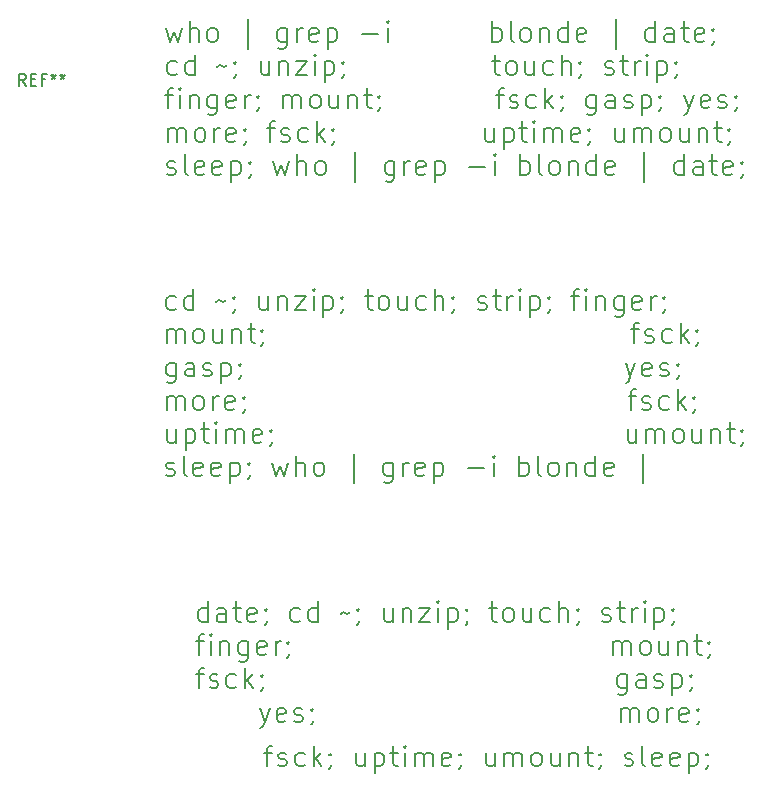
<source format=gto>
G04 #@! TF.GenerationSoftware,KiCad,Pcbnew,(6.0.2)*
G04 #@! TF.CreationDate,2022-06-03T10:10:03-07:00*
G04 #@! TF.ProjectId,iflfu-top,69666c66-752d-4746-9f70-2e6b69636164,rev?*
G04 #@! TF.SameCoordinates,Original*
G04 #@! TF.FileFunction,Legend,Top*
G04 #@! TF.FilePolarity,Positive*
%FSLAX46Y46*%
G04 Gerber Fmt 4.6, Leading zero omitted, Abs format (unit mm)*
G04 Created by KiCad (PCBNEW (6.0.2)) date 2022-06-03 10:10:03*
%MOMM*%
%LPD*%
G01*
G04 APERTURE LIST*
%ADD10C,0.150000*%
%ADD11C,1.000000*%
%ADD12R,1.700000X1.700000*%
%ADD13O,1.700000X1.700000*%
G04 APERTURE END LIST*
D10*
X148764166Y-39999300D02*
X148597500Y-40082633D01*
X148264166Y-40082633D01*
X148097500Y-39999300D01*
X148014166Y-39915967D01*
X147930833Y-39749300D01*
X147930833Y-39249300D01*
X148014166Y-39082633D01*
X148097500Y-38999300D01*
X148264166Y-38915967D01*
X148597500Y-38915967D01*
X148764166Y-38999300D01*
X150264166Y-40082633D02*
X150264166Y-38332633D01*
X150264166Y-39999300D02*
X150097500Y-40082633D01*
X149764166Y-40082633D01*
X149597500Y-39999300D01*
X149514166Y-39915967D01*
X149430833Y-39749300D01*
X149430833Y-39249300D01*
X149514166Y-39082633D01*
X149597500Y-38999300D01*
X149764166Y-38915967D01*
X150097500Y-38915967D01*
X150264166Y-38999300D01*
X152180833Y-39415967D02*
X152264166Y-39332633D01*
X152430833Y-39249300D01*
X152764166Y-39415967D01*
X152930833Y-39332633D01*
X153014166Y-39249300D01*
X153764166Y-39999300D02*
X153764166Y-40082633D01*
X153680833Y-40249300D01*
X153597500Y-40332633D01*
X153680833Y-38999300D02*
X153764166Y-39082633D01*
X153680833Y-39165967D01*
X153597500Y-39082633D01*
X153680833Y-38999300D01*
X153680833Y-39165967D01*
X156597500Y-38915967D02*
X156597500Y-40082633D01*
X155847500Y-38915967D02*
X155847500Y-39832633D01*
X155930833Y-39999300D01*
X156097500Y-40082633D01*
X156347500Y-40082633D01*
X156514166Y-39999300D01*
X156597500Y-39915967D01*
X157430833Y-38915967D02*
X157430833Y-40082633D01*
X157430833Y-39082633D02*
X157514166Y-38999300D01*
X157680833Y-38915967D01*
X157930833Y-38915967D01*
X158097500Y-38999300D01*
X158180833Y-39165967D01*
X158180833Y-40082633D01*
X158847500Y-38915967D02*
X159764166Y-38915967D01*
X158847500Y-40082633D01*
X159764166Y-40082633D01*
X160430833Y-40082633D02*
X160430833Y-38915967D01*
X160430833Y-38332633D02*
X160347500Y-38415967D01*
X160430833Y-38499300D01*
X160514166Y-38415967D01*
X160430833Y-38332633D01*
X160430833Y-38499300D01*
X161264166Y-38915967D02*
X161264166Y-40665967D01*
X161264166Y-38999300D02*
X161430833Y-38915967D01*
X161764166Y-38915967D01*
X161930833Y-38999300D01*
X162014166Y-39082633D01*
X162097500Y-39249300D01*
X162097500Y-39749300D01*
X162014166Y-39915967D01*
X161930833Y-39999300D01*
X161764166Y-40082633D01*
X161430833Y-40082633D01*
X161264166Y-39999300D01*
X162930833Y-39999300D02*
X162930833Y-40082633D01*
X162847500Y-40249300D01*
X162764166Y-40332633D01*
X162847500Y-38999300D02*
X162930833Y-39082633D01*
X162847500Y-39165967D01*
X162764166Y-39082633D01*
X162847500Y-38999300D01*
X162847500Y-39165967D01*
X164764166Y-38915967D02*
X165430833Y-38915967D01*
X165014166Y-38332633D02*
X165014166Y-39832633D01*
X165097500Y-39999300D01*
X165264166Y-40082633D01*
X165430833Y-40082633D01*
X166264166Y-40082633D02*
X166097500Y-39999300D01*
X166014166Y-39915967D01*
X165930833Y-39749300D01*
X165930833Y-39249300D01*
X166014166Y-39082633D01*
X166097500Y-38999300D01*
X166264166Y-38915967D01*
X166514166Y-38915967D01*
X166680833Y-38999300D01*
X166764166Y-39082633D01*
X166847500Y-39249300D01*
X166847500Y-39749300D01*
X166764166Y-39915967D01*
X166680833Y-39999300D01*
X166514166Y-40082633D01*
X166264166Y-40082633D01*
X168347500Y-38915967D02*
X168347500Y-40082633D01*
X167597500Y-38915967D02*
X167597500Y-39832633D01*
X167680833Y-39999300D01*
X167847500Y-40082633D01*
X168097500Y-40082633D01*
X168264166Y-39999300D01*
X168347500Y-39915967D01*
X169930833Y-39999300D02*
X169764166Y-40082633D01*
X169430833Y-40082633D01*
X169264166Y-39999300D01*
X169180833Y-39915967D01*
X169097500Y-39749300D01*
X169097500Y-39249300D01*
X169180833Y-39082633D01*
X169264166Y-38999300D01*
X169430833Y-38915967D01*
X169764166Y-38915967D01*
X169930833Y-38999300D01*
X170680833Y-40082633D02*
X170680833Y-38332633D01*
X171430833Y-40082633D02*
X171430833Y-39165967D01*
X171347500Y-38999300D01*
X171180833Y-38915967D01*
X170930833Y-38915967D01*
X170764166Y-38999300D01*
X170680833Y-39082633D01*
X172347500Y-39999300D02*
X172347500Y-40082633D01*
X172264166Y-40249300D01*
X172180833Y-40332633D01*
X172264166Y-38999300D02*
X172347500Y-39082633D01*
X172264166Y-39165967D01*
X172180833Y-39082633D01*
X172264166Y-38999300D01*
X172264166Y-39165967D01*
X174347500Y-39999300D02*
X174514166Y-40082633D01*
X174847500Y-40082633D01*
X175014166Y-39999300D01*
X175097500Y-39832633D01*
X175097500Y-39749300D01*
X175014166Y-39582633D01*
X174847500Y-39499300D01*
X174597500Y-39499300D01*
X174430833Y-39415967D01*
X174347500Y-39249300D01*
X174347500Y-39165967D01*
X174430833Y-38999300D01*
X174597500Y-38915967D01*
X174847500Y-38915967D01*
X175014166Y-38999300D01*
X175597500Y-38915967D02*
X176264166Y-38915967D01*
X175847500Y-38332633D02*
X175847500Y-39832633D01*
X175930833Y-39999300D01*
X176097500Y-40082633D01*
X176264166Y-40082633D01*
X176847500Y-40082633D02*
X176847500Y-38915967D01*
X176847500Y-39249300D02*
X176930833Y-39082633D01*
X177014166Y-38999300D01*
X177180833Y-38915967D01*
X177347500Y-38915967D01*
X177930833Y-40082633D02*
X177930833Y-38915967D01*
X177930833Y-38332633D02*
X177847500Y-38415967D01*
X177930833Y-38499300D01*
X178014166Y-38415967D01*
X177930833Y-38332633D01*
X177930833Y-38499300D01*
X178764166Y-38915967D02*
X178764166Y-40665967D01*
X178764166Y-38999300D02*
X178930833Y-38915967D01*
X179264166Y-38915967D01*
X179430833Y-38999300D01*
X179514166Y-39082633D01*
X179597500Y-39249300D01*
X179597500Y-39749300D01*
X179514166Y-39915967D01*
X179430833Y-39999300D01*
X179264166Y-40082633D01*
X178930833Y-40082633D01*
X178764166Y-39999300D01*
X180430833Y-39999300D02*
X180430833Y-40082633D01*
X180347500Y-40249300D01*
X180264166Y-40332633D01*
X180347500Y-38999300D02*
X180430833Y-39082633D01*
X180347500Y-39165967D01*
X180264166Y-39082633D01*
X180347500Y-38999300D01*
X180347500Y-39165967D01*
X182264166Y-38915967D02*
X182930833Y-38915967D01*
X182514166Y-40082633D02*
X182514166Y-38582633D01*
X182597500Y-38415967D01*
X182764166Y-38332633D01*
X182930833Y-38332633D01*
X183514166Y-40082633D02*
X183514166Y-38915967D01*
X183514166Y-38332633D02*
X183430833Y-38415967D01*
X183514166Y-38499300D01*
X183597500Y-38415967D01*
X183514166Y-38332633D01*
X183514166Y-38499300D01*
X184347500Y-38915967D02*
X184347500Y-40082633D01*
X184347500Y-39082633D02*
X184430833Y-38999300D01*
X184597500Y-38915967D01*
X184847500Y-38915967D01*
X185014166Y-38999300D01*
X185097500Y-39165967D01*
X185097500Y-40082633D01*
X186680833Y-38915967D02*
X186680833Y-40332633D01*
X186597500Y-40499300D01*
X186514166Y-40582633D01*
X186347500Y-40665967D01*
X186097500Y-40665967D01*
X185930833Y-40582633D01*
X186680833Y-39999300D02*
X186514166Y-40082633D01*
X186180833Y-40082633D01*
X186014166Y-39999300D01*
X185930833Y-39915967D01*
X185847500Y-39749300D01*
X185847500Y-39249300D01*
X185930833Y-39082633D01*
X186014166Y-38999300D01*
X186180833Y-38915967D01*
X186514166Y-38915967D01*
X186680833Y-38999300D01*
X188180833Y-39999300D02*
X188014166Y-40082633D01*
X187680833Y-40082633D01*
X187514166Y-39999300D01*
X187430833Y-39832633D01*
X187430833Y-39165967D01*
X187514166Y-38999300D01*
X187680833Y-38915967D01*
X188014166Y-38915967D01*
X188180833Y-38999300D01*
X188264166Y-39165967D01*
X188264166Y-39332633D01*
X187430833Y-39499300D01*
X189014166Y-40082633D02*
X189014166Y-38915967D01*
X189014166Y-39249300D02*
X189097500Y-39082633D01*
X189180833Y-38999300D01*
X189347500Y-38915967D01*
X189514166Y-38915967D01*
X190180833Y-39999300D02*
X190180833Y-40082633D01*
X190097500Y-40249300D01*
X190014166Y-40332633D01*
X190097500Y-38999300D02*
X190180833Y-39082633D01*
X190097500Y-39165967D01*
X190014166Y-39082633D01*
X190097500Y-38999300D01*
X190097500Y-39165967D01*
X148014166Y-42900133D02*
X148014166Y-41733467D01*
X148014166Y-41900133D02*
X148097500Y-41816800D01*
X148264166Y-41733467D01*
X148514166Y-41733467D01*
X148680833Y-41816800D01*
X148764166Y-41983467D01*
X148764166Y-42900133D01*
X148764166Y-41983467D02*
X148847500Y-41816800D01*
X149014166Y-41733467D01*
X149264166Y-41733467D01*
X149430833Y-41816800D01*
X149514166Y-41983467D01*
X149514166Y-42900133D01*
X150597500Y-42900133D02*
X150430833Y-42816800D01*
X150347500Y-42733467D01*
X150264166Y-42566800D01*
X150264166Y-42066800D01*
X150347500Y-41900133D01*
X150430833Y-41816800D01*
X150597500Y-41733467D01*
X150847500Y-41733467D01*
X151014166Y-41816800D01*
X151097500Y-41900133D01*
X151180833Y-42066800D01*
X151180833Y-42566800D01*
X151097500Y-42733467D01*
X151014166Y-42816800D01*
X150847500Y-42900133D01*
X150597500Y-42900133D01*
X152680833Y-41733467D02*
X152680833Y-42900133D01*
X151930833Y-41733467D02*
X151930833Y-42650133D01*
X152014166Y-42816800D01*
X152180833Y-42900133D01*
X152430833Y-42900133D01*
X152597500Y-42816800D01*
X152680833Y-42733467D01*
X153514166Y-41733467D02*
X153514166Y-42900133D01*
X153514166Y-41900133D02*
X153597500Y-41816800D01*
X153764166Y-41733467D01*
X154014166Y-41733467D01*
X154180833Y-41816800D01*
X154264166Y-41983467D01*
X154264166Y-42900133D01*
X154847500Y-41733467D02*
X155514166Y-41733467D01*
X155097500Y-41150133D02*
X155097500Y-42650133D01*
X155180833Y-42816800D01*
X155347500Y-42900133D01*
X155514166Y-42900133D01*
X156180833Y-42816800D02*
X156180833Y-42900133D01*
X156097500Y-43066800D01*
X156014166Y-43150133D01*
X156097500Y-41816800D02*
X156180833Y-41900133D01*
X156097500Y-41983467D01*
X156014166Y-41900133D01*
X156097500Y-41816800D01*
X156097500Y-41983467D01*
X187347500Y-41733467D02*
X188014166Y-41733467D01*
X187597500Y-42900133D02*
X187597500Y-41400133D01*
X187680833Y-41233467D01*
X187847500Y-41150133D01*
X188014166Y-41150133D01*
X188514166Y-42816800D02*
X188680833Y-42900133D01*
X189014166Y-42900133D01*
X189180833Y-42816800D01*
X189264166Y-42650133D01*
X189264166Y-42566800D01*
X189180833Y-42400133D01*
X189014166Y-42316800D01*
X188764166Y-42316800D01*
X188597500Y-42233467D01*
X188514166Y-42066800D01*
X188514166Y-41983467D01*
X188597500Y-41816800D01*
X188764166Y-41733467D01*
X189014166Y-41733467D01*
X189180833Y-41816800D01*
X190764166Y-42816800D02*
X190597500Y-42900133D01*
X190264166Y-42900133D01*
X190097500Y-42816800D01*
X190014166Y-42733467D01*
X189930833Y-42566800D01*
X189930833Y-42066800D01*
X190014166Y-41900133D01*
X190097500Y-41816800D01*
X190264166Y-41733467D01*
X190597500Y-41733467D01*
X190764166Y-41816800D01*
X191514166Y-42900133D02*
X191514166Y-41150133D01*
X191680833Y-42233467D02*
X192180833Y-42900133D01*
X192180833Y-41733467D02*
X191514166Y-42400133D01*
X193014166Y-42816800D02*
X193014166Y-42900133D01*
X192930833Y-43066800D01*
X192847500Y-43150133D01*
X192930833Y-41816800D02*
X193014166Y-41900133D01*
X192930833Y-41983467D01*
X192847500Y-41900133D01*
X192930833Y-41816800D01*
X192930833Y-41983467D01*
X148764166Y-44550967D02*
X148764166Y-45967633D01*
X148680833Y-46134300D01*
X148597500Y-46217633D01*
X148430833Y-46300967D01*
X148180833Y-46300967D01*
X148014166Y-46217633D01*
X148764166Y-45634300D02*
X148597500Y-45717633D01*
X148264166Y-45717633D01*
X148097500Y-45634300D01*
X148014166Y-45550967D01*
X147930833Y-45384300D01*
X147930833Y-44884300D01*
X148014166Y-44717633D01*
X148097500Y-44634300D01*
X148264166Y-44550967D01*
X148597500Y-44550967D01*
X148764166Y-44634300D01*
X150347500Y-45717633D02*
X150347500Y-44800967D01*
X150264166Y-44634300D01*
X150097500Y-44550967D01*
X149764166Y-44550967D01*
X149597500Y-44634300D01*
X150347500Y-45634300D02*
X150180833Y-45717633D01*
X149764166Y-45717633D01*
X149597500Y-45634300D01*
X149514166Y-45467633D01*
X149514166Y-45300967D01*
X149597500Y-45134300D01*
X149764166Y-45050967D01*
X150180833Y-45050967D01*
X150347500Y-44967633D01*
X151097500Y-45634300D02*
X151264166Y-45717633D01*
X151597500Y-45717633D01*
X151764166Y-45634300D01*
X151847500Y-45467633D01*
X151847500Y-45384300D01*
X151764166Y-45217633D01*
X151597500Y-45134300D01*
X151347500Y-45134300D01*
X151180833Y-45050967D01*
X151097500Y-44884300D01*
X151097500Y-44800967D01*
X151180833Y-44634300D01*
X151347500Y-44550967D01*
X151597500Y-44550967D01*
X151764166Y-44634300D01*
X152597500Y-44550967D02*
X152597500Y-46300967D01*
X152597500Y-44634300D02*
X152764166Y-44550967D01*
X153097500Y-44550967D01*
X153264166Y-44634300D01*
X153347500Y-44717633D01*
X153430833Y-44884300D01*
X153430833Y-45384300D01*
X153347500Y-45550967D01*
X153264166Y-45634300D01*
X153097500Y-45717633D01*
X152764166Y-45717633D01*
X152597500Y-45634300D01*
X154264166Y-45634300D02*
X154264166Y-45717633D01*
X154180833Y-45884300D01*
X154097500Y-45967633D01*
X154180833Y-44634300D02*
X154264166Y-44717633D01*
X154180833Y-44800967D01*
X154097500Y-44717633D01*
X154180833Y-44634300D01*
X154180833Y-44800967D01*
X186847500Y-44550967D02*
X187264166Y-45717633D01*
X187680833Y-44550967D02*
X187264166Y-45717633D01*
X187097500Y-46134300D01*
X187014166Y-46217633D01*
X186847500Y-46300967D01*
X189014166Y-45634300D02*
X188847500Y-45717633D01*
X188514166Y-45717633D01*
X188347500Y-45634300D01*
X188264166Y-45467633D01*
X188264166Y-44800967D01*
X188347500Y-44634300D01*
X188514166Y-44550967D01*
X188847500Y-44550967D01*
X189014166Y-44634300D01*
X189097500Y-44800967D01*
X189097500Y-44967633D01*
X188264166Y-45134300D01*
X189764166Y-45634300D02*
X189930833Y-45717633D01*
X190264166Y-45717633D01*
X190430833Y-45634300D01*
X190514166Y-45467633D01*
X190514166Y-45384300D01*
X190430833Y-45217633D01*
X190264166Y-45134300D01*
X190014166Y-45134300D01*
X189847500Y-45050967D01*
X189764166Y-44884300D01*
X189764166Y-44800967D01*
X189847500Y-44634300D01*
X190014166Y-44550967D01*
X190264166Y-44550967D01*
X190430833Y-44634300D01*
X191347500Y-45634300D02*
X191347500Y-45717633D01*
X191264166Y-45884300D01*
X191180833Y-45967633D01*
X191264166Y-44634300D02*
X191347500Y-44717633D01*
X191264166Y-44800967D01*
X191180833Y-44717633D01*
X191264166Y-44634300D01*
X191264166Y-44800967D01*
X148014166Y-48535133D02*
X148014166Y-47368467D01*
X148014166Y-47535133D02*
X148097500Y-47451800D01*
X148264166Y-47368467D01*
X148514166Y-47368467D01*
X148680833Y-47451800D01*
X148764166Y-47618467D01*
X148764166Y-48535133D01*
X148764166Y-47618467D02*
X148847500Y-47451800D01*
X149014166Y-47368467D01*
X149264166Y-47368467D01*
X149430833Y-47451800D01*
X149514166Y-47618467D01*
X149514166Y-48535133D01*
X150597500Y-48535133D02*
X150430833Y-48451800D01*
X150347500Y-48368467D01*
X150264166Y-48201800D01*
X150264166Y-47701800D01*
X150347500Y-47535133D01*
X150430833Y-47451800D01*
X150597500Y-47368467D01*
X150847500Y-47368467D01*
X151014166Y-47451800D01*
X151097500Y-47535133D01*
X151180833Y-47701800D01*
X151180833Y-48201800D01*
X151097500Y-48368467D01*
X151014166Y-48451800D01*
X150847500Y-48535133D01*
X150597500Y-48535133D01*
X151930833Y-48535133D02*
X151930833Y-47368467D01*
X151930833Y-47701800D02*
X152014166Y-47535133D01*
X152097500Y-47451800D01*
X152264166Y-47368467D01*
X152430833Y-47368467D01*
X153680833Y-48451800D02*
X153514166Y-48535133D01*
X153180833Y-48535133D01*
X153014166Y-48451800D01*
X152930833Y-48285133D01*
X152930833Y-47618467D01*
X153014166Y-47451800D01*
X153180833Y-47368467D01*
X153514166Y-47368467D01*
X153680833Y-47451800D01*
X153764166Y-47618467D01*
X153764166Y-47785133D01*
X152930833Y-47951800D01*
X154597500Y-48451800D02*
X154597500Y-48535133D01*
X154514166Y-48701800D01*
X154430833Y-48785133D01*
X154514166Y-47451800D02*
X154597500Y-47535133D01*
X154514166Y-47618467D01*
X154430833Y-47535133D01*
X154514166Y-47451800D01*
X154514166Y-47618467D01*
X187097500Y-47368467D02*
X187764166Y-47368467D01*
X187347500Y-48535133D02*
X187347500Y-47035133D01*
X187430833Y-46868467D01*
X187597500Y-46785133D01*
X187764166Y-46785133D01*
X188264166Y-48451800D02*
X188430833Y-48535133D01*
X188764166Y-48535133D01*
X188930833Y-48451800D01*
X189014166Y-48285133D01*
X189014166Y-48201800D01*
X188930833Y-48035133D01*
X188764166Y-47951800D01*
X188514166Y-47951800D01*
X188347500Y-47868467D01*
X188264166Y-47701800D01*
X188264166Y-47618467D01*
X188347500Y-47451800D01*
X188514166Y-47368467D01*
X188764166Y-47368467D01*
X188930833Y-47451800D01*
X190514166Y-48451800D02*
X190347500Y-48535133D01*
X190014166Y-48535133D01*
X189847500Y-48451800D01*
X189764166Y-48368467D01*
X189680833Y-48201800D01*
X189680833Y-47701800D01*
X189764166Y-47535133D01*
X189847500Y-47451800D01*
X190014166Y-47368467D01*
X190347500Y-47368467D01*
X190514166Y-47451800D01*
X191264166Y-48535133D02*
X191264166Y-46785133D01*
X191430833Y-47868467D02*
X191930833Y-48535133D01*
X191930833Y-47368467D02*
X191264166Y-48035133D01*
X192764166Y-48451800D02*
X192764166Y-48535133D01*
X192680833Y-48701800D01*
X192597500Y-48785133D01*
X192680833Y-47451800D02*
X192764166Y-47535133D01*
X192680833Y-47618467D01*
X192597500Y-47535133D01*
X192680833Y-47451800D01*
X192680833Y-47618467D01*
X148764166Y-50185967D02*
X148764166Y-51352633D01*
X148014166Y-50185967D02*
X148014166Y-51102633D01*
X148097500Y-51269300D01*
X148264166Y-51352633D01*
X148514166Y-51352633D01*
X148680833Y-51269300D01*
X148764166Y-51185967D01*
X149597500Y-50185967D02*
X149597500Y-51935967D01*
X149597500Y-50269300D02*
X149764166Y-50185967D01*
X150097500Y-50185967D01*
X150264166Y-50269300D01*
X150347500Y-50352633D01*
X150430833Y-50519300D01*
X150430833Y-51019300D01*
X150347500Y-51185967D01*
X150264166Y-51269300D01*
X150097500Y-51352633D01*
X149764166Y-51352633D01*
X149597500Y-51269300D01*
X150930833Y-50185967D02*
X151597500Y-50185967D01*
X151180833Y-49602633D02*
X151180833Y-51102633D01*
X151264166Y-51269300D01*
X151430833Y-51352633D01*
X151597500Y-51352633D01*
X152180833Y-51352633D02*
X152180833Y-50185967D01*
X152180833Y-49602633D02*
X152097500Y-49685967D01*
X152180833Y-49769300D01*
X152264166Y-49685967D01*
X152180833Y-49602633D01*
X152180833Y-49769300D01*
X153014166Y-51352633D02*
X153014166Y-50185967D01*
X153014166Y-50352633D02*
X153097500Y-50269300D01*
X153264166Y-50185967D01*
X153514166Y-50185967D01*
X153680833Y-50269300D01*
X153764166Y-50435967D01*
X153764166Y-51352633D01*
X153764166Y-50435967D02*
X153847500Y-50269300D01*
X154014166Y-50185967D01*
X154264166Y-50185967D01*
X154430833Y-50269300D01*
X154514166Y-50435967D01*
X154514166Y-51352633D01*
X156014166Y-51269300D02*
X155847500Y-51352633D01*
X155514166Y-51352633D01*
X155347500Y-51269300D01*
X155264166Y-51102633D01*
X155264166Y-50435967D01*
X155347500Y-50269300D01*
X155514166Y-50185967D01*
X155847500Y-50185967D01*
X156014166Y-50269300D01*
X156097500Y-50435967D01*
X156097500Y-50602633D01*
X155264166Y-50769300D01*
X156930833Y-51269300D02*
X156930833Y-51352633D01*
X156847500Y-51519300D01*
X156764166Y-51602633D01*
X156847500Y-50269300D02*
X156930833Y-50352633D01*
X156847500Y-50435967D01*
X156764166Y-50352633D01*
X156847500Y-50269300D01*
X156847500Y-50435967D01*
X187764166Y-50185967D02*
X187764166Y-51352633D01*
X187014166Y-50185967D02*
X187014166Y-51102633D01*
X187097500Y-51269300D01*
X187264166Y-51352633D01*
X187514166Y-51352633D01*
X187680833Y-51269300D01*
X187764166Y-51185967D01*
X188597500Y-51352633D02*
X188597500Y-50185967D01*
X188597500Y-50352633D02*
X188680833Y-50269300D01*
X188847500Y-50185967D01*
X189097500Y-50185967D01*
X189264166Y-50269300D01*
X189347500Y-50435967D01*
X189347500Y-51352633D01*
X189347500Y-50435967D02*
X189430833Y-50269300D01*
X189597500Y-50185967D01*
X189847500Y-50185967D01*
X190014166Y-50269300D01*
X190097500Y-50435967D01*
X190097500Y-51352633D01*
X191180833Y-51352633D02*
X191014166Y-51269300D01*
X190930833Y-51185967D01*
X190847500Y-51019300D01*
X190847500Y-50519300D01*
X190930833Y-50352633D01*
X191014166Y-50269300D01*
X191180833Y-50185967D01*
X191430833Y-50185967D01*
X191597500Y-50269300D01*
X191680833Y-50352633D01*
X191764166Y-50519300D01*
X191764166Y-51019300D01*
X191680833Y-51185967D01*
X191597500Y-51269300D01*
X191430833Y-51352633D01*
X191180833Y-51352633D01*
X193264166Y-50185967D02*
X193264166Y-51352633D01*
X192514166Y-50185967D02*
X192514166Y-51102633D01*
X192597500Y-51269300D01*
X192764166Y-51352633D01*
X193014166Y-51352633D01*
X193180833Y-51269300D01*
X193264166Y-51185967D01*
X194097500Y-50185967D02*
X194097500Y-51352633D01*
X194097500Y-50352633D02*
X194180833Y-50269300D01*
X194347500Y-50185967D01*
X194597500Y-50185967D01*
X194764166Y-50269300D01*
X194847500Y-50435967D01*
X194847500Y-51352633D01*
X195430833Y-50185967D02*
X196097500Y-50185967D01*
X195680833Y-49602633D02*
X195680833Y-51102633D01*
X195764166Y-51269300D01*
X195930833Y-51352633D01*
X196097500Y-51352633D01*
X196764166Y-51269300D02*
X196764166Y-51352633D01*
X196680833Y-51519300D01*
X196597500Y-51602633D01*
X196680833Y-50269300D02*
X196764166Y-50352633D01*
X196680833Y-50435967D01*
X196597500Y-50352633D01*
X196680833Y-50269300D01*
X196680833Y-50435967D01*
X147930833Y-54086800D02*
X148097500Y-54170133D01*
X148430833Y-54170133D01*
X148597500Y-54086800D01*
X148680833Y-53920133D01*
X148680833Y-53836800D01*
X148597500Y-53670133D01*
X148430833Y-53586800D01*
X148180833Y-53586800D01*
X148014166Y-53503467D01*
X147930833Y-53336800D01*
X147930833Y-53253467D01*
X148014166Y-53086800D01*
X148180833Y-53003467D01*
X148430833Y-53003467D01*
X148597500Y-53086800D01*
X149680833Y-54170133D02*
X149514166Y-54086800D01*
X149430833Y-53920133D01*
X149430833Y-52420133D01*
X151014166Y-54086800D02*
X150847500Y-54170133D01*
X150514166Y-54170133D01*
X150347500Y-54086800D01*
X150264166Y-53920133D01*
X150264166Y-53253467D01*
X150347500Y-53086800D01*
X150514166Y-53003467D01*
X150847500Y-53003467D01*
X151014166Y-53086800D01*
X151097500Y-53253467D01*
X151097500Y-53420133D01*
X150264166Y-53586800D01*
X152514166Y-54086800D02*
X152347500Y-54170133D01*
X152014166Y-54170133D01*
X151847500Y-54086800D01*
X151764166Y-53920133D01*
X151764166Y-53253467D01*
X151847500Y-53086800D01*
X152014166Y-53003467D01*
X152347500Y-53003467D01*
X152514166Y-53086800D01*
X152597500Y-53253467D01*
X152597500Y-53420133D01*
X151764166Y-53586800D01*
X153347500Y-53003467D02*
X153347500Y-54753467D01*
X153347500Y-53086800D02*
X153514166Y-53003467D01*
X153847500Y-53003467D01*
X154014166Y-53086800D01*
X154097500Y-53170133D01*
X154180833Y-53336800D01*
X154180833Y-53836800D01*
X154097500Y-54003467D01*
X154014166Y-54086800D01*
X153847500Y-54170133D01*
X153514166Y-54170133D01*
X153347500Y-54086800D01*
X155014166Y-54086800D02*
X155014166Y-54170133D01*
X154930833Y-54336800D01*
X154847500Y-54420133D01*
X154930833Y-53086800D02*
X155014166Y-53170133D01*
X154930833Y-53253467D01*
X154847500Y-53170133D01*
X154930833Y-53086800D01*
X154930833Y-53253467D01*
X156930833Y-53003467D02*
X157264166Y-54170133D01*
X157597500Y-53336800D01*
X157930833Y-54170133D01*
X158264166Y-53003467D01*
X158930833Y-54170133D02*
X158930833Y-52420133D01*
X159680833Y-54170133D02*
X159680833Y-53253467D01*
X159597500Y-53086800D01*
X159430833Y-53003467D01*
X159180833Y-53003467D01*
X159014166Y-53086800D01*
X158930833Y-53170133D01*
X160764166Y-54170133D02*
X160597500Y-54086800D01*
X160514166Y-54003467D01*
X160430833Y-53836800D01*
X160430833Y-53336800D01*
X160514166Y-53170133D01*
X160597500Y-53086800D01*
X160764166Y-53003467D01*
X161014166Y-53003467D01*
X161180833Y-53086800D01*
X161264166Y-53170133D01*
X161347500Y-53336800D01*
X161347500Y-53836800D01*
X161264166Y-54003467D01*
X161180833Y-54086800D01*
X161014166Y-54170133D01*
X160764166Y-54170133D01*
X163847500Y-54753467D02*
X163847500Y-52253467D01*
X167180833Y-53003467D02*
X167180833Y-54420133D01*
X167097500Y-54586800D01*
X167014166Y-54670133D01*
X166847500Y-54753467D01*
X166597500Y-54753467D01*
X166430833Y-54670133D01*
X167180833Y-54086800D02*
X167014166Y-54170133D01*
X166680833Y-54170133D01*
X166514166Y-54086800D01*
X166430833Y-54003467D01*
X166347500Y-53836800D01*
X166347500Y-53336800D01*
X166430833Y-53170133D01*
X166514166Y-53086800D01*
X166680833Y-53003467D01*
X167014166Y-53003467D01*
X167180833Y-53086800D01*
X168014166Y-54170133D02*
X168014166Y-53003467D01*
X168014166Y-53336800D02*
X168097500Y-53170133D01*
X168180833Y-53086800D01*
X168347500Y-53003467D01*
X168514166Y-53003467D01*
X169764166Y-54086800D02*
X169597500Y-54170133D01*
X169264166Y-54170133D01*
X169097500Y-54086800D01*
X169014166Y-53920133D01*
X169014166Y-53253467D01*
X169097500Y-53086800D01*
X169264166Y-53003467D01*
X169597500Y-53003467D01*
X169764166Y-53086800D01*
X169847500Y-53253467D01*
X169847500Y-53420133D01*
X169014166Y-53586800D01*
X170597500Y-53003467D02*
X170597500Y-54753467D01*
X170597500Y-53086800D02*
X170764166Y-53003467D01*
X171097500Y-53003467D01*
X171264166Y-53086800D01*
X171347500Y-53170133D01*
X171430833Y-53336800D01*
X171430833Y-53836800D01*
X171347500Y-54003467D01*
X171264166Y-54086800D01*
X171097500Y-54170133D01*
X170764166Y-54170133D01*
X170597500Y-54086800D01*
X173514166Y-53503467D02*
X174847500Y-53503467D01*
X175680833Y-54170133D02*
X175680833Y-53003467D01*
X175680833Y-52420133D02*
X175597500Y-52503467D01*
X175680833Y-52586800D01*
X175764166Y-52503467D01*
X175680833Y-52420133D01*
X175680833Y-52586800D01*
X177847500Y-54170133D02*
X177847500Y-52420133D01*
X177847500Y-53086800D02*
X178014166Y-53003467D01*
X178347500Y-53003467D01*
X178514166Y-53086800D01*
X178597500Y-53170133D01*
X178680833Y-53336800D01*
X178680833Y-53836800D01*
X178597500Y-54003467D01*
X178514166Y-54086800D01*
X178347500Y-54170133D01*
X178014166Y-54170133D01*
X177847500Y-54086800D01*
X179680833Y-54170133D02*
X179514166Y-54086800D01*
X179430833Y-53920133D01*
X179430833Y-52420133D01*
X180597500Y-54170133D02*
X180430833Y-54086800D01*
X180347500Y-54003467D01*
X180264166Y-53836800D01*
X180264166Y-53336800D01*
X180347500Y-53170133D01*
X180430833Y-53086800D01*
X180597500Y-53003467D01*
X180847500Y-53003467D01*
X181014166Y-53086800D01*
X181097500Y-53170133D01*
X181180833Y-53336800D01*
X181180833Y-53836800D01*
X181097500Y-54003467D01*
X181014166Y-54086800D01*
X180847500Y-54170133D01*
X180597500Y-54170133D01*
X181930833Y-53003467D02*
X181930833Y-54170133D01*
X181930833Y-53170133D02*
X182014166Y-53086800D01*
X182180833Y-53003467D01*
X182430833Y-53003467D01*
X182597500Y-53086800D01*
X182680833Y-53253467D01*
X182680833Y-54170133D01*
X184264166Y-54170133D02*
X184264166Y-52420133D01*
X184264166Y-54086800D02*
X184097500Y-54170133D01*
X183764166Y-54170133D01*
X183597500Y-54086800D01*
X183514166Y-54003467D01*
X183430833Y-53836800D01*
X183430833Y-53336800D01*
X183514166Y-53170133D01*
X183597500Y-53086800D01*
X183764166Y-53003467D01*
X184097500Y-53003467D01*
X184264166Y-53086800D01*
X185764166Y-54086800D02*
X185597500Y-54170133D01*
X185264166Y-54170133D01*
X185097500Y-54086800D01*
X185014166Y-53920133D01*
X185014166Y-53253467D01*
X185097500Y-53086800D01*
X185264166Y-53003467D01*
X185597500Y-53003467D01*
X185764166Y-53086800D01*
X185847500Y-53253467D01*
X185847500Y-53420133D01*
X185014166Y-53586800D01*
X188347500Y-54753467D02*
X188347500Y-52253467D01*
X156264166Y-77559717D02*
X156930833Y-77559717D01*
X156514166Y-78726383D02*
X156514166Y-77226383D01*
X156597500Y-77059717D01*
X156764166Y-76976383D01*
X156930833Y-76976383D01*
X157430833Y-78643050D02*
X157597500Y-78726383D01*
X157930833Y-78726383D01*
X158097500Y-78643050D01*
X158180833Y-78476383D01*
X158180833Y-78393050D01*
X158097500Y-78226383D01*
X157930833Y-78143050D01*
X157680833Y-78143050D01*
X157514166Y-78059717D01*
X157430833Y-77893050D01*
X157430833Y-77809717D01*
X157514166Y-77643050D01*
X157680833Y-77559717D01*
X157930833Y-77559717D01*
X158097500Y-77643050D01*
X159680833Y-78643050D02*
X159514166Y-78726383D01*
X159180833Y-78726383D01*
X159014166Y-78643050D01*
X158930833Y-78559717D01*
X158847500Y-78393050D01*
X158847500Y-77893050D01*
X158930833Y-77726383D01*
X159014166Y-77643050D01*
X159180833Y-77559717D01*
X159514166Y-77559717D01*
X159680833Y-77643050D01*
X160430833Y-78726383D02*
X160430833Y-76976383D01*
X160597500Y-78059717D02*
X161097500Y-78726383D01*
X161097500Y-77559717D02*
X160430833Y-78226383D01*
X161930833Y-78643050D02*
X161930833Y-78726383D01*
X161847500Y-78893050D01*
X161764166Y-78976383D01*
X161847500Y-77643050D02*
X161930833Y-77726383D01*
X161847500Y-77809717D01*
X161764166Y-77726383D01*
X161847500Y-77643050D01*
X161847500Y-77809717D01*
X164764166Y-77559717D02*
X164764166Y-78726383D01*
X164014166Y-77559717D02*
X164014166Y-78476383D01*
X164097500Y-78643050D01*
X164264166Y-78726383D01*
X164514166Y-78726383D01*
X164680833Y-78643050D01*
X164764166Y-78559717D01*
X165597500Y-77559717D02*
X165597500Y-79309717D01*
X165597500Y-77643050D02*
X165764166Y-77559717D01*
X166097500Y-77559717D01*
X166264166Y-77643050D01*
X166347500Y-77726383D01*
X166430833Y-77893050D01*
X166430833Y-78393050D01*
X166347500Y-78559717D01*
X166264166Y-78643050D01*
X166097500Y-78726383D01*
X165764166Y-78726383D01*
X165597500Y-78643050D01*
X166930833Y-77559717D02*
X167597500Y-77559717D01*
X167180833Y-76976383D02*
X167180833Y-78476383D01*
X167264166Y-78643050D01*
X167430833Y-78726383D01*
X167597500Y-78726383D01*
X168180833Y-78726383D02*
X168180833Y-77559717D01*
X168180833Y-76976383D02*
X168097500Y-77059717D01*
X168180833Y-77143050D01*
X168264166Y-77059717D01*
X168180833Y-76976383D01*
X168180833Y-77143050D01*
X169014166Y-78726383D02*
X169014166Y-77559717D01*
X169014166Y-77726383D02*
X169097500Y-77643050D01*
X169264166Y-77559717D01*
X169514166Y-77559717D01*
X169680833Y-77643050D01*
X169764166Y-77809717D01*
X169764166Y-78726383D01*
X169764166Y-77809717D02*
X169847500Y-77643050D01*
X170014166Y-77559717D01*
X170264166Y-77559717D01*
X170430833Y-77643050D01*
X170514166Y-77809717D01*
X170514166Y-78726383D01*
X172014166Y-78643050D02*
X171847500Y-78726383D01*
X171514166Y-78726383D01*
X171347500Y-78643050D01*
X171264166Y-78476383D01*
X171264166Y-77809717D01*
X171347500Y-77643050D01*
X171514166Y-77559717D01*
X171847500Y-77559717D01*
X172014166Y-77643050D01*
X172097500Y-77809717D01*
X172097500Y-77976383D01*
X171264166Y-78143050D01*
X172930833Y-78643050D02*
X172930833Y-78726383D01*
X172847500Y-78893050D01*
X172764166Y-78976383D01*
X172847500Y-77643050D02*
X172930833Y-77726383D01*
X172847500Y-77809717D01*
X172764166Y-77726383D01*
X172847500Y-77643050D01*
X172847500Y-77809717D01*
X175764166Y-77559717D02*
X175764166Y-78726383D01*
X175014166Y-77559717D02*
X175014166Y-78476383D01*
X175097500Y-78643050D01*
X175264166Y-78726383D01*
X175514166Y-78726383D01*
X175680833Y-78643050D01*
X175764166Y-78559717D01*
X176597500Y-78726383D02*
X176597500Y-77559717D01*
X176597500Y-77726383D02*
X176680833Y-77643050D01*
X176847500Y-77559717D01*
X177097500Y-77559717D01*
X177264166Y-77643050D01*
X177347500Y-77809717D01*
X177347500Y-78726383D01*
X177347500Y-77809717D02*
X177430833Y-77643050D01*
X177597500Y-77559717D01*
X177847500Y-77559717D01*
X178014166Y-77643050D01*
X178097500Y-77809717D01*
X178097500Y-78726383D01*
X179180833Y-78726383D02*
X179014166Y-78643050D01*
X178930833Y-78559717D01*
X178847500Y-78393050D01*
X178847500Y-77893050D01*
X178930833Y-77726383D01*
X179014166Y-77643050D01*
X179180833Y-77559717D01*
X179430833Y-77559717D01*
X179597500Y-77643050D01*
X179680833Y-77726383D01*
X179764166Y-77893050D01*
X179764166Y-78393050D01*
X179680833Y-78559717D01*
X179597500Y-78643050D01*
X179430833Y-78726383D01*
X179180833Y-78726383D01*
X181264166Y-77559717D02*
X181264166Y-78726383D01*
X180514166Y-77559717D02*
X180514166Y-78476383D01*
X180597500Y-78643050D01*
X180764166Y-78726383D01*
X181014166Y-78726383D01*
X181180833Y-78643050D01*
X181264166Y-78559717D01*
X182097500Y-77559717D02*
X182097500Y-78726383D01*
X182097500Y-77726383D02*
X182180833Y-77643050D01*
X182347500Y-77559717D01*
X182597500Y-77559717D01*
X182764166Y-77643050D01*
X182847500Y-77809717D01*
X182847500Y-78726383D01*
X183430833Y-77559717D02*
X184097500Y-77559717D01*
X183680833Y-76976383D02*
X183680833Y-78476383D01*
X183764166Y-78643050D01*
X183930833Y-78726383D01*
X184097500Y-78726383D01*
X184764166Y-78643050D02*
X184764166Y-78726383D01*
X184680833Y-78893050D01*
X184597500Y-78976383D01*
X184680833Y-77643050D02*
X184764166Y-77726383D01*
X184680833Y-77809717D01*
X184597500Y-77726383D01*
X184680833Y-77643050D01*
X184680833Y-77809717D01*
X186764166Y-78643050D02*
X186930833Y-78726383D01*
X187264166Y-78726383D01*
X187430833Y-78643050D01*
X187514166Y-78476383D01*
X187514166Y-78393050D01*
X187430833Y-78226383D01*
X187264166Y-78143050D01*
X187014166Y-78143050D01*
X186847500Y-78059717D01*
X186764166Y-77893050D01*
X186764166Y-77809717D01*
X186847500Y-77643050D01*
X187014166Y-77559717D01*
X187264166Y-77559717D01*
X187430833Y-77643050D01*
X188514166Y-78726383D02*
X188347500Y-78643050D01*
X188264166Y-78476383D01*
X188264166Y-76976383D01*
X189847500Y-78643050D02*
X189680833Y-78726383D01*
X189347500Y-78726383D01*
X189180833Y-78643050D01*
X189097500Y-78476383D01*
X189097500Y-77809717D01*
X189180833Y-77643050D01*
X189347500Y-77559717D01*
X189680833Y-77559717D01*
X189847500Y-77643050D01*
X189930833Y-77809717D01*
X189930833Y-77976383D01*
X189097500Y-78143050D01*
X191347500Y-78643050D02*
X191180833Y-78726383D01*
X190847500Y-78726383D01*
X190680833Y-78643050D01*
X190597500Y-78476383D01*
X190597500Y-77809717D01*
X190680833Y-77643050D01*
X190847500Y-77559717D01*
X191180833Y-77559717D01*
X191347500Y-77643050D01*
X191430833Y-77809717D01*
X191430833Y-77976383D01*
X190597500Y-78143050D01*
X192180833Y-77559717D02*
X192180833Y-79309717D01*
X192180833Y-77643050D02*
X192347500Y-77559717D01*
X192680833Y-77559717D01*
X192847500Y-77643050D01*
X192930833Y-77726383D01*
X193014166Y-77893050D01*
X193014166Y-78393050D01*
X192930833Y-78559717D01*
X192847500Y-78643050D01*
X192680833Y-78726383D01*
X192347500Y-78726383D01*
X192180833Y-78643050D01*
X193847500Y-78643050D02*
X193847500Y-78726383D01*
X193764166Y-78893050D01*
X193680833Y-78976383D01*
X193764166Y-77643050D02*
X193847500Y-77726383D01*
X193764166Y-77809717D01*
X193680833Y-77726383D01*
X193764166Y-77643050D01*
X193764166Y-77809717D01*
X151464166Y-66482633D02*
X151464166Y-64732633D01*
X151464166Y-66399300D02*
X151297500Y-66482633D01*
X150964166Y-66482633D01*
X150797500Y-66399300D01*
X150714166Y-66315967D01*
X150630833Y-66149300D01*
X150630833Y-65649300D01*
X150714166Y-65482633D01*
X150797500Y-65399300D01*
X150964166Y-65315967D01*
X151297500Y-65315967D01*
X151464166Y-65399300D01*
X153047500Y-66482633D02*
X153047500Y-65565967D01*
X152964166Y-65399300D01*
X152797500Y-65315967D01*
X152464166Y-65315967D01*
X152297500Y-65399300D01*
X153047500Y-66399300D02*
X152880833Y-66482633D01*
X152464166Y-66482633D01*
X152297500Y-66399300D01*
X152214166Y-66232633D01*
X152214166Y-66065967D01*
X152297500Y-65899300D01*
X152464166Y-65815967D01*
X152880833Y-65815967D01*
X153047500Y-65732633D01*
X153630833Y-65315967D02*
X154297500Y-65315967D01*
X153880833Y-64732633D02*
X153880833Y-66232633D01*
X153964166Y-66399300D01*
X154130833Y-66482633D01*
X154297500Y-66482633D01*
X155547500Y-66399300D02*
X155380833Y-66482633D01*
X155047500Y-66482633D01*
X154880833Y-66399300D01*
X154797500Y-66232633D01*
X154797500Y-65565967D01*
X154880833Y-65399300D01*
X155047500Y-65315967D01*
X155380833Y-65315967D01*
X155547500Y-65399300D01*
X155630833Y-65565967D01*
X155630833Y-65732633D01*
X154797500Y-65899300D01*
X156464166Y-66399300D02*
X156464166Y-66482633D01*
X156380833Y-66649300D01*
X156297500Y-66732633D01*
X156380833Y-65399300D02*
X156464166Y-65482633D01*
X156380833Y-65565967D01*
X156297500Y-65482633D01*
X156380833Y-65399300D01*
X156380833Y-65565967D01*
X159297500Y-66399300D02*
X159130833Y-66482633D01*
X158797500Y-66482633D01*
X158630833Y-66399300D01*
X158547500Y-66315967D01*
X158464166Y-66149300D01*
X158464166Y-65649300D01*
X158547500Y-65482633D01*
X158630833Y-65399300D01*
X158797500Y-65315967D01*
X159130833Y-65315967D01*
X159297500Y-65399300D01*
X160797500Y-66482633D02*
X160797500Y-64732633D01*
X160797500Y-66399300D02*
X160630833Y-66482633D01*
X160297500Y-66482633D01*
X160130833Y-66399300D01*
X160047500Y-66315967D01*
X159964166Y-66149300D01*
X159964166Y-65649300D01*
X160047500Y-65482633D01*
X160130833Y-65399300D01*
X160297500Y-65315967D01*
X160630833Y-65315967D01*
X160797500Y-65399300D01*
X162714166Y-65815967D02*
X162797500Y-65732633D01*
X162964166Y-65649300D01*
X163297500Y-65815967D01*
X163464166Y-65732633D01*
X163547500Y-65649300D01*
X164297500Y-66399300D02*
X164297500Y-66482633D01*
X164214166Y-66649300D01*
X164130833Y-66732633D01*
X164214166Y-65399300D02*
X164297500Y-65482633D01*
X164214166Y-65565967D01*
X164130833Y-65482633D01*
X164214166Y-65399300D01*
X164214166Y-65565967D01*
X167130833Y-65315967D02*
X167130833Y-66482633D01*
X166380833Y-65315967D02*
X166380833Y-66232633D01*
X166464166Y-66399300D01*
X166630833Y-66482633D01*
X166880833Y-66482633D01*
X167047500Y-66399300D01*
X167130833Y-66315967D01*
X167964166Y-65315967D02*
X167964166Y-66482633D01*
X167964166Y-65482633D02*
X168047500Y-65399300D01*
X168214166Y-65315967D01*
X168464166Y-65315967D01*
X168630833Y-65399300D01*
X168714166Y-65565967D01*
X168714166Y-66482633D01*
X169380833Y-65315967D02*
X170297500Y-65315967D01*
X169380833Y-66482633D01*
X170297500Y-66482633D01*
X170964166Y-66482633D02*
X170964166Y-65315967D01*
X170964166Y-64732633D02*
X170880833Y-64815967D01*
X170964166Y-64899300D01*
X171047500Y-64815967D01*
X170964166Y-64732633D01*
X170964166Y-64899300D01*
X171797500Y-65315967D02*
X171797500Y-67065967D01*
X171797500Y-65399300D02*
X171964166Y-65315967D01*
X172297500Y-65315967D01*
X172464166Y-65399300D01*
X172547500Y-65482633D01*
X172630833Y-65649300D01*
X172630833Y-66149300D01*
X172547500Y-66315967D01*
X172464166Y-66399300D01*
X172297500Y-66482633D01*
X171964166Y-66482633D01*
X171797500Y-66399300D01*
X173464166Y-66399300D02*
X173464166Y-66482633D01*
X173380833Y-66649300D01*
X173297500Y-66732633D01*
X173380833Y-65399300D02*
X173464166Y-65482633D01*
X173380833Y-65565967D01*
X173297500Y-65482633D01*
X173380833Y-65399300D01*
X173380833Y-65565967D01*
X175297500Y-65315967D02*
X175964166Y-65315967D01*
X175547500Y-64732633D02*
X175547500Y-66232633D01*
X175630833Y-66399300D01*
X175797500Y-66482633D01*
X175964166Y-66482633D01*
X176797500Y-66482633D02*
X176630833Y-66399300D01*
X176547500Y-66315967D01*
X176464166Y-66149300D01*
X176464166Y-65649300D01*
X176547500Y-65482633D01*
X176630833Y-65399300D01*
X176797500Y-65315967D01*
X177047500Y-65315967D01*
X177214166Y-65399300D01*
X177297500Y-65482633D01*
X177380833Y-65649300D01*
X177380833Y-66149300D01*
X177297500Y-66315967D01*
X177214166Y-66399300D01*
X177047500Y-66482633D01*
X176797500Y-66482633D01*
X178880833Y-65315967D02*
X178880833Y-66482633D01*
X178130833Y-65315967D02*
X178130833Y-66232633D01*
X178214166Y-66399300D01*
X178380833Y-66482633D01*
X178630833Y-66482633D01*
X178797500Y-66399300D01*
X178880833Y-66315967D01*
X180464166Y-66399300D02*
X180297500Y-66482633D01*
X179964166Y-66482633D01*
X179797500Y-66399300D01*
X179714166Y-66315967D01*
X179630833Y-66149300D01*
X179630833Y-65649300D01*
X179714166Y-65482633D01*
X179797500Y-65399300D01*
X179964166Y-65315967D01*
X180297500Y-65315967D01*
X180464166Y-65399300D01*
X181214166Y-66482633D02*
X181214166Y-64732633D01*
X181964166Y-66482633D02*
X181964166Y-65565967D01*
X181880833Y-65399300D01*
X181714166Y-65315967D01*
X181464166Y-65315967D01*
X181297500Y-65399300D01*
X181214166Y-65482633D01*
X182880833Y-66399300D02*
X182880833Y-66482633D01*
X182797500Y-66649300D01*
X182714166Y-66732633D01*
X182797500Y-65399300D02*
X182880833Y-65482633D01*
X182797500Y-65565967D01*
X182714166Y-65482633D01*
X182797500Y-65399300D01*
X182797500Y-65565967D01*
X184880833Y-66399300D02*
X185047500Y-66482633D01*
X185380833Y-66482633D01*
X185547500Y-66399300D01*
X185630833Y-66232633D01*
X185630833Y-66149300D01*
X185547500Y-65982633D01*
X185380833Y-65899300D01*
X185130833Y-65899300D01*
X184964166Y-65815967D01*
X184880833Y-65649300D01*
X184880833Y-65565967D01*
X184964166Y-65399300D01*
X185130833Y-65315967D01*
X185380833Y-65315967D01*
X185547500Y-65399300D01*
X186130833Y-65315967D02*
X186797500Y-65315967D01*
X186380833Y-64732633D02*
X186380833Y-66232633D01*
X186464166Y-66399300D01*
X186630833Y-66482633D01*
X186797500Y-66482633D01*
X187380833Y-66482633D02*
X187380833Y-65315967D01*
X187380833Y-65649300D02*
X187464166Y-65482633D01*
X187547500Y-65399300D01*
X187714166Y-65315967D01*
X187880833Y-65315967D01*
X188464166Y-66482633D02*
X188464166Y-65315967D01*
X188464166Y-64732633D02*
X188380833Y-64815967D01*
X188464166Y-64899300D01*
X188547500Y-64815967D01*
X188464166Y-64732633D01*
X188464166Y-64899300D01*
X189297500Y-65315967D02*
X189297500Y-67065967D01*
X189297500Y-65399300D02*
X189464166Y-65315967D01*
X189797500Y-65315967D01*
X189964166Y-65399300D01*
X190047500Y-65482633D01*
X190130833Y-65649300D01*
X190130833Y-66149300D01*
X190047500Y-66315967D01*
X189964166Y-66399300D01*
X189797500Y-66482633D01*
X189464166Y-66482633D01*
X189297500Y-66399300D01*
X190964166Y-66399300D02*
X190964166Y-66482633D01*
X190880833Y-66649300D01*
X190797500Y-66732633D01*
X190880833Y-65399300D02*
X190964166Y-65482633D01*
X190880833Y-65565967D01*
X190797500Y-65482633D01*
X190880833Y-65399300D01*
X190880833Y-65565967D01*
X150464166Y-68133467D02*
X151130833Y-68133467D01*
X150714166Y-69300133D02*
X150714166Y-67800133D01*
X150797500Y-67633467D01*
X150964166Y-67550133D01*
X151130833Y-67550133D01*
X151714166Y-69300133D02*
X151714166Y-68133467D01*
X151714166Y-67550133D02*
X151630833Y-67633467D01*
X151714166Y-67716800D01*
X151797500Y-67633467D01*
X151714166Y-67550133D01*
X151714166Y-67716800D01*
X152547500Y-68133467D02*
X152547500Y-69300133D01*
X152547500Y-68300133D02*
X152630833Y-68216800D01*
X152797500Y-68133467D01*
X153047500Y-68133467D01*
X153214166Y-68216800D01*
X153297500Y-68383467D01*
X153297500Y-69300133D01*
X154880833Y-68133467D02*
X154880833Y-69550133D01*
X154797500Y-69716800D01*
X154714166Y-69800133D01*
X154547500Y-69883467D01*
X154297500Y-69883467D01*
X154130833Y-69800133D01*
X154880833Y-69216800D02*
X154714166Y-69300133D01*
X154380833Y-69300133D01*
X154214166Y-69216800D01*
X154130833Y-69133467D01*
X154047500Y-68966800D01*
X154047500Y-68466800D01*
X154130833Y-68300133D01*
X154214166Y-68216800D01*
X154380833Y-68133467D01*
X154714166Y-68133467D01*
X154880833Y-68216800D01*
X156380833Y-69216800D02*
X156214166Y-69300133D01*
X155880833Y-69300133D01*
X155714166Y-69216800D01*
X155630833Y-69050133D01*
X155630833Y-68383467D01*
X155714166Y-68216800D01*
X155880833Y-68133467D01*
X156214166Y-68133467D01*
X156380833Y-68216800D01*
X156464166Y-68383467D01*
X156464166Y-68550133D01*
X155630833Y-68716800D01*
X157214166Y-69300133D02*
X157214166Y-68133467D01*
X157214166Y-68466800D02*
X157297500Y-68300133D01*
X157380833Y-68216800D01*
X157547500Y-68133467D01*
X157714166Y-68133467D01*
X158380833Y-69216800D02*
X158380833Y-69300133D01*
X158297500Y-69466800D01*
X158214166Y-69550133D01*
X158297500Y-68216800D02*
X158380833Y-68300133D01*
X158297500Y-68383467D01*
X158214166Y-68300133D01*
X158297500Y-68216800D01*
X158297500Y-68383467D01*
X185797500Y-69300133D02*
X185797500Y-68133467D01*
X185797500Y-68300133D02*
X185880833Y-68216800D01*
X186047500Y-68133467D01*
X186297500Y-68133467D01*
X186464166Y-68216800D01*
X186547500Y-68383467D01*
X186547500Y-69300133D01*
X186547500Y-68383467D02*
X186630833Y-68216800D01*
X186797500Y-68133467D01*
X187047500Y-68133467D01*
X187214166Y-68216800D01*
X187297500Y-68383467D01*
X187297500Y-69300133D01*
X188380833Y-69300133D02*
X188214166Y-69216800D01*
X188130833Y-69133467D01*
X188047500Y-68966800D01*
X188047500Y-68466800D01*
X188130833Y-68300133D01*
X188214166Y-68216800D01*
X188380833Y-68133467D01*
X188630833Y-68133467D01*
X188797500Y-68216800D01*
X188880833Y-68300133D01*
X188964166Y-68466800D01*
X188964166Y-68966800D01*
X188880833Y-69133467D01*
X188797500Y-69216800D01*
X188630833Y-69300133D01*
X188380833Y-69300133D01*
X190464166Y-68133467D02*
X190464166Y-69300133D01*
X189714166Y-68133467D02*
X189714166Y-69050133D01*
X189797500Y-69216800D01*
X189964166Y-69300133D01*
X190214166Y-69300133D01*
X190380833Y-69216800D01*
X190464166Y-69133467D01*
X191297500Y-68133467D02*
X191297500Y-69300133D01*
X191297500Y-68300133D02*
X191380833Y-68216800D01*
X191547500Y-68133467D01*
X191797500Y-68133467D01*
X191964166Y-68216800D01*
X192047500Y-68383467D01*
X192047500Y-69300133D01*
X192630833Y-68133467D02*
X193297500Y-68133467D01*
X192880833Y-67550133D02*
X192880833Y-69050133D01*
X192964166Y-69216800D01*
X193130833Y-69300133D01*
X193297500Y-69300133D01*
X193964166Y-69216800D02*
X193964166Y-69300133D01*
X193880833Y-69466800D01*
X193797500Y-69550133D01*
X193880833Y-68216800D02*
X193964166Y-68300133D01*
X193880833Y-68383467D01*
X193797500Y-68300133D01*
X193880833Y-68216800D01*
X193880833Y-68383467D01*
X150464166Y-70950967D02*
X151130833Y-70950967D01*
X150714166Y-72117633D02*
X150714166Y-70617633D01*
X150797500Y-70450967D01*
X150964166Y-70367633D01*
X151130833Y-70367633D01*
X151630833Y-72034300D02*
X151797500Y-72117633D01*
X152130833Y-72117633D01*
X152297500Y-72034300D01*
X152380833Y-71867633D01*
X152380833Y-71784300D01*
X152297500Y-71617633D01*
X152130833Y-71534300D01*
X151880833Y-71534300D01*
X151714166Y-71450967D01*
X151630833Y-71284300D01*
X151630833Y-71200967D01*
X151714166Y-71034300D01*
X151880833Y-70950967D01*
X152130833Y-70950967D01*
X152297500Y-71034300D01*
X153880833Y-72034300D02*
X153714166Y-72117633D01*
X153380833Y-72117633D01*
X153214166Y-72034300D01*
X153130833Y-71950967D01*
X153047500Y-71784300D01*
X153047500Y-71284300D01*
X153130833Y-71117633D01*
X153214166Y-71034300D01*
X153380833Y-70950967D01*
X153714166Y-70950967D01*
X153880833Y-71034300D01*
X154630833Y-72117633D02*
X154630833Y-70367633D01*
X154797500Y-71450967D02*
X155297500Y-72117633D01*
X155297500Y-70950967D02*
X154630833Y-71617633D01*
X156130833Y-72034300D02*
X156130833Y-72117633D01*
X156047500Y-72284300D01*
X155964166Y-72367633D01*
X156047500Y-71034300D02*
X156130833Y-71117633D01*
X156047500Y-71200967D01*
X155964166Y-71117633D01*
X156047500Y-71034300D01*
X156047500Y-71200967D01*
X186964166Y-70950967D02*
X186964166Y-72367633D01*
X186880833Y-72534300D01*
X186797500Y-72617633D01*
X186630833Y-72700967D01*
X186380833Y-72700967D01*
X186214166Y-72617633D01*
X186964166Y-72034300D02*
X186797500Y-72117633D01*
X186464166Y-72117633D01*
X186297500Y-72034300D01*
X186214166Y-71950967D01*
X186130833Y-71784300D01*
X186130833Y-71284300D01*
X186214166Y-71117633D01*
X186297500Y-71034300D01*
X186464166Y-70950967D01*
X186797500Y-70950967D01*
X186964166Y-71034300D01*
X188547500Y-72117633D02*
X188547500Y-71200967D01*
X188464166Y-71034300D01*
X188297500Y-70950967D01*
X187964166Y-70950967D01*
X187797500Y-71034300D01*
X188547500Y-72034300D02*
X188380833Y-72117633D01*
X187964166Y-72117633D01*
X187797500Y-72034300D01*
X187714166Y-71867633D01*
X187714166Y-71700967D01*
X187797500Y-71534300D01*
X187964166Y-71450967D01*
X188380833Y-71450967D01*
X188547500Y-71367633D01*
X189297500Y-72034300D02*
X189464166Y-72117633D01*
X189797500Y-72117633D01*
X189964166Y-72034300D01*
X190047500Y-71867633D01*
X190047500Y-71784300D01*
X189964166Y-71617633D01*
X189797500Y-71534300D01*
X189547500Y-71534300D01*
X189380833Y-71450967D01*
X189297500Y-71284300D01*
X189297500Y-71200967D01*
X189380833Y-71034300D01*
X189547500Y-70950967D01*
X189797500Y-70950967D01*
X189964166Y-71034300D01*
X190797500Y-70950967D02*
X190797500Y-72700967D01*
X190797500Y-71034300D02*
X190964166Y-70950967D01*
X191297500Y-70950967D01*
X191464166Y-71034300D01*
X191547500Y-71117633D01*
X191630833Y-71284300D01*
X191630833Y-71784300D01*
X191547500Y-71950967D01*
X191464166Y-72034300D01*
X191297500Y-72117633D01*
X190964166Y-72117633D01*
X190797500Y-72034300D01*
X192464166Y-72034300D02*
X192464166Y-72117633D01*
X192380833Y-72284300D01*
X192297500Y-72367633D01*
X192380833Y-71034300D02*
X192464166Y-71117633D01*
X192380833Y-71200967D01*
X192297500Y-71117633D01*
X192380833Y-71034300D01*
X192380833Y-71200967D01*
X155880833Y-73768467D02*
X156297500Y-74935133D01*
X156714166Y-73768467D02*
X156297500Y-74935133D01*
X156130833Y-75351800D01*
X156047500Y-75435133D01*
X155880833Y-75518467D01*
X158047500Y-74851800D02*
X157880833Y-74935133D01*
X157547500Y-74935133D01*
X157380833Y-74851800D01*
X157297500Y-74685133D01*
X157297500Y-74018467D01*
X157380833Y-73851800D01*
X157547500Y-73768467D01*
X157880833Y-73768467D01*
X158047500Y-73851800D01*
X158130833Y-74018467D01*
X158130833Y-74185133D01*
X157297500Y-74351800D01*
X158797500Y-74851800D02*
X158964166Y-74935133D01*
X159297500Y-74935133D01*
X159464166Y-74851800D01*
X159547500Y-74685133D01*
X159547500Y-74601800D01*
X159464166Y-74435133D01*
X159297500Y-74351800D01*
X159047500Y-74351800D01*
X158880833Y-74268467D01*
X158797500Y-74101800D01*
X158797500Y-74018467D01*
X158880833Y-73851800D01*
X159047500Y-73768467D01*
X159297500Y-73768467D01*
X159464166Y-73851800D01*
X160380833Y-74851800D02*
X160380833Y-74935133D01*
X160297500Y-75101800D01*
X160214166Y-75185133D01*
X160297500Y-73851800D02*
X160380833Y-73935133D01*
X160297500Y-74018467D01*
X160214166Y-73935133D01*
X160297500Y-73851800D01*
X160297500Y-74018467D01*
X186464166Y-74935133D02*
X186464166Y-73768467D01*
X186464166Y-73935133D02*
X186547500Y-73851800D01*
X186714166Y-73768467D01*
X186964166Y-73768467D01*
X187130833Y-73851800D01*
X187214166Y-74018467D01*
X187214166Y-74935133D01*
X187214166Y-74018467D02*
X187297500Y-73851800D01*
X187464166Y-73768467D01*
X187714166Y-73768467D01*
X187880833Y-73851800D01*
X187964166Y-74018467D01*
X187964166Y-74935133D01*
X189047500Y-74935133D02*
X188880833Y-74851800D01*
X188797500Y-74768467D01*
X188714166Y-74601800D01*
X188714166Y-74101800D01*
X188797500Y-73935133D01*
X188880833Y-73851800D01*
X189047500Y-73768467D01*
X189297500Y-73768467D01*
X189464166Y-73851800D01*
X189547500Y-73935133D01*
X189630833Y-74101800D01*
X189630833Y-74601800D01*
X189547500Y-74768467D01*
X189464166Y-74851800D01*
X189297500Y-74935133D01*
X189047500Y-74935133D01*
X190380833Y-74935133D02*
X190380833Y-73768467D01*
X190380833Y-74101800D02*
X190464166Y-73935133D01*
X190547500Y-73851800D01*
X190714166Y-73768467D01*
X190880833Y-73768467D01*
X192130833Y-74851800D02*
X191964166Y-74935133D01*
X191630833Y-74935133D01*
X191464166Y-74851800D01*
X191380833Y-74685133D01*
X191380833Y-74018467D01*
X191464166Y-73851800D01*
X191630833Y-73768467D01*
X191964166Y-73768467D01*
X192130833Y-73851800D01*
X192214166Y-74018467D01*
X192214166Y-74185133D01*
X191380833Y-74351800D01*
X193047500Y-74851800D02*
X193047500Y-74935133D01*
X192964166Y-75101800D01*
X192880833Y-75185133D01*
X192964166Y-73851800D02*
X193047500Y-73935133D01*
X192964166Y-74018467D01*
X192880833Y-73935133D01*
X192964166Y-73851800D01*
X192964166Y-74018467D01*
X147947500Y-16224717D02*
X148280833Y-17391383D01*
X148614166Y-16558050D01*
X148947500Y-17391383D01*
X149280833Y-16224717D01*
X149947500Y-17391383D02*
X149947500Y-15641383D01*
X150697500Y-17391383D02*
X150697500Y-16474717D01*
X150614166Y-16308050D01*
X150447500Y-16224717D01*
X150197500Y-16224717D01*
X150030833Y-16308050D01*
X149947500Y-16391383D01*
X151780833Y-17391383D02*
X151614166Y-17308050D01*
X151530833Y-17224717D01*
X151447500Y-17058050D01*
X151447500Y-16558050D01*
X151530833Y-16391383D01*
X151614166Y-16308050D01*
X151780833Y-16224717D01*
X152030833Y-16224717D01*
X152197500Y-16308050D01*
X152280833Y-16391383D01*
X152364166Y-16558050D01*
X152364166Y-17058050D01*
X152280833Y-17224717D01*
X152197500Y-17308050D01*
X152030833Y-17391383D01*
X151780833Y-17391383D01*
X154864166Y-17974717D02*
X154864166Y-15474717D01*
X158197500Y-16224717D02*
X158197500Y-17641383D01*
X158114166Y-17808050D01*
X158030833Y-17891383D01*
X157864166Y-17974717D01*
X157614166Y-17974717D01*
X157447500Y-17891383D01*
X158197500Y-17308050D02*
X158030833Y-17391383D01*
X157697500Y-17391383D01*
X157530833Y-17308050D01*
X157447500Y-17224717D01*
X157364166Y-17058050D01*
X157364166Y-16558050D01*
X157447500Y-16391383D01*
X157530833Y-16308050D01*
X157697500Y-16224717D01*
X158030833Y-16224717D01*
X158197500Y-16308050D01*
X159030833Y-17391383D02*
X159030833Y-16224717D01*
X159030833Y-16558050D02*
X159114166Y-16391383D01*
X159197500Y-16308050D01*
X159364166Y-16224717D01*
X159530833Y-16224717D01*
X160780833Y-17308050D02*
X160614166Y-17391383D01*
X160280833Y-17391383D01*
X160114166Y-17308050D01*
X160030833Y-17141383D01*
X160030833Y-16474717D01*
X160114166Y-16308050D01*
X160280833Y-16224717D01*
X160614166Y-16224717D01*
X160780833Y-16308050D01*
X160864166Y-16474717D01*
X160864166Y-16641383D01*
X160030833Y-16808050D01*
X161614166Y-16224717D02*
X161614166Y-17974717D01*
X161614166Y-16308050D02*
X161780833Y-16224717D01*
X162114166Y-16224717D01*
X162280833Y-16308050D01*
X162364166Y-16391383D01*
X162447500Y-16558050D01*
X162447500Y-17058050D01*
X162364166Y-17224717D01*
X162280833Y-17308050D01*
X162114166Y-17391383D01*
X161780833Y-17391383D01*
X161614166Y-17308050D01*
X164530833Y-16724717D02*
X165864166Y-16724717D01*
X166697500Y-17391383D02*
X166697500Y-16224717D01*
X166697500Y-15641383D02*
X166614166Y-15724717D01*
X166697500Y-15808050D01*
X166780833Y-15724717D01*
X166697500Y-15641383D01*
X166697500Y-15808050D01*
X175530833Y-17391383D02*
X175530833Y-15641383D01*
X175530833Y-16308050D02*
X175697500Y-16224717D01*
X176030833Y-16224717D01*
X176197500Y-16308050D01*
X176280833Y-16391383D01*
X176364166Y-16558050D01*
X176364166Y-17058050D01*
X176280833Y-17224717D01*
X176197500Y-17308050D01*
X176030833Y-17391383D01*
X175697500Y-17391383D01*
X175530833Y-17308050D01*
X177364166Y-17391383D02*
X177197500Y-17308050D01*
X177114166Y-17141383D01*
X177114166Y-15641383D01*
X178280833Y-17391383D02*
X178114166Y-17308050D01*
X178030833Y-17224717D01*
X177947500Y-17058050D01*
X177947500Y-16558050D01*
X178030833Y-16391383D01*
X178114166Y-16308050D01*
X178280833Y-16224717D01*
X178530833Y-16224717D01*
X178697500Y-16308050D01*
X178780833Y-16391383D01*
X178864166Y-16558050D01*
X178864166Y-17058050D01*
X178780833Y-17224717D01*
X178697500Y-17308050D01*
X178530833Y-17391383D01*
X178280833Y-17391383D01*
X179614166Y-16224717D02*
X179614166Y-17391383D01*
X179614166Y-16391383D02*
X179697500Y-16308050D01*
X179864166Y-16224717D01*
X180114166Y-16224717D01*
X180280833Y-16308050D01*
X180364166Y-16474717D01*
X180364166Y-17391383D01*
X181947500Y-17391383D02*
X181947500Y-15641383D01*
X181947500Y-17308050D02*
X181780833Y-17391383D01*
X181447500Y-17391383D01*
X181280833Y-17308050D01*
X181197500Y-17224717D01*
X181114166Y-17058050D01*
X181114166Y-16558050D01*
X181197500Y-16391383D01*
X181280833Y-16308050D01*
X181447500Y-16224717D01*
X181780833Y-16224717D01*
X181947500Y-16308050D01*
X183447500Y-17308050D02*
X183280833Y-17391383D01*
X182947500Y-17391383D01*
X182780833Y-17308050D01*
X182697500Y-17141383D01*
X182697500Y-16474717D01*
X182780833Y-16308050D01*
X182947500Y-16224717D01*
X183280833Y-16224717D01*
X183447500Y-16308050D01*
X183530833Y-16474717D01*
X183530833Y-16641383D01*
X182697500Y-16808050D01*
X186030833Y-17974717D02*
X186030833Y-15474717D01*
X189364166Y-17391383D02*
X189364166Y-15641383D01*
X189364166Y-17308050D02*
X189197500Y-17391383D01*
X188864166Y-17391383D01*
X188697500Y-17308050D01*
X188614166Y-17224717D01*
X188530833Y-17058050D01*
X188530833Y-16558050D01*
X188614166Y-16391383D01*
X188697500Y-16308050D01*
X188864166Y-16224717D01*
X189197500Y-16224717D01*
X189364166Y-16308050D01*
X190947500Y-17391383D02*
X190947500Y-16474717D01*
X190864166Y-16308050D01*
X190697500Y-16224717D01*
X190364166Y-16224717D01*
X190197500Y-16308050D01*
X190947500Y-17308050D02*
X190780833Y-17391383D01*
X190364166Y-17391383D01*
X190197500Y-17308050D01*
X190114166Y-17141383D01*
X190114166Y-16974717D01*
X190197500Y-16808050D01*
X190364166Y-16724717D01*
X190780833Y-16724717D01*
X190947500Y-16641383D01*
X191530833Y-16224717D02*
X192197500Y-16224717D01*
X191780833Y-15641383D02*
X191780833Y-17141383D01*
X191864166Y-17308050D01*
X192030833Y-17391383D01*
X192197500Y-17391383D01*
X193447500Y-17308050D02*
X193280833Y-17391383D01*
X192947500Y-17391383D01*
X192780833Y-17308050D01*
X192697500Y-17141383D01*
X192697500Y-16474717D01*
X192780833Y-16308050D01*
X192947500Y-16224717D01*
X193280833Y-16224717D01*
X193447500Y-16308050D01*
X193530833Y-16474717D01*
X193530833Y-16641383D01*
X192697500Y-16808050D01*
X194364166Y-17308050D02*
X194364166Y-17391383D01*
X194280833Y-17558050D01*
X194197500Y-17641383D01*
X194280833Y-16308050D02*
X194364166Y-16391383D01*
X194280833Y-16474717D01*
X194197500Y-16391383D01*
X194280833Y-16308050D01*
X194280833Y-16474717D01*
X148864166Y-20125550D02*
X148697500Y-20208883D01*
X148364166Y-20208883D01*
X148197500Y-20125550D01*
X148114166Y-20042217D01*
X148030833Y-19875550D01*
X148030833Y-19375550D01*
X148114166Y-19208883D01*
X148197500Y-19125550D01*
X148364166Y-19042217D01*
X148697500Y-19042217D01*
X148864166Y-19125550D01*
X150364166Y-20208883D02*
X150364166Y-18458883D01*
X150364166Y-20125550D02*
X150197500Y-20208883D01*
X149864166Y-20208883D01*
X149697500Y-20125550D01*
X149614166Y-20042217D01*
X149530833Y-19875550D01*
X149530833Y-19375550D01*
X149614166Y-19208883D01*
X149697500Y-19125550D01*
X149864166Y-19042217D01*
X150197500Y-19042217D01*
X150364166Y-19125550D01*
X152280833Y-19542217D02*
X152364166Y-19458883D01*
X152530833Y-19375550D01*
X152864166Y-19542217D01*
X153030833Y-19458883D01*
X153114166Y-19375550D01*
X153864166Y-20125550D02*
X153864166Y-20208883D01*
X153780833Y-20375550D01*
X153697500Y-20458883D01*
X153780833Y-19125550D02*
X153864166Y-19208883D01*
X153780833Y-19292217D01*
X153697500Y-19208883D01*
X153780833Y-19125550D01*
X153780833Y-19292217D01*
X156697500Y-19042217D02*
X156697500Y-20208883D01*
X155947500Y-19042217D02*
X155947500Y-19958883D01*
X156030833Y-20125550D01*
X156197500Y-20208883D01*
X156447500Y-20208883D01*
X156614166Y-20125550D01*
X156697500Y-20042217D01*
X157530833Y-19042217D02*
X157530833Y-20208883D01*
X157530833Y-19208883D02*
X157614166Y-19125550D01*
X157780833Y-19042217D01*
X158030833Y-19042217D01*
X158197500Y-19125550D01*
X158280833Y-19292217D01*
X158280833Y-20208883D01*
X158947500Y-19042217D02*
X159864166Y-19042217D01*
X158947500Y-20208883D01*
X159864166Y-20208883D01*
X160530833Y-20208883D02*
X160530833Y-19042217D01*
X160530833Y-18458883D02*
X160447500Y-18542217D01*
X160530833Y-18625550D01*
X160614166Y-18542217D01*
X160530833Y-18458883D01*
X160530833Y-18625550D01*
X161364166Y-19042217D02*
X161364166Y-20792217D01*
X161364166Y-19125550D02*
X161530833Y-19042217D01*
X161864166Y-19042217D01*
X162030833Y-19125550D01*
X162114166Y-19208883D01*
X162197500Y-19375550D01*
X162197500Y-19875550D01*
X162114166Y-20042217D01*
X162030833Y-20125550D01*
X161864166Y-20208883D01*
X161530833Y-20208883D01*
X161364166Y-20125550D01*
X163030833Y-20125550D02*
X163030833Y-20208883D01*
X162947500Y-20375550D01*
X162864166Y-20458883D01*
X162947500Y-19125550D02*
X163030833Y-19208883D01*
X162947500Y-19292217D01*
X162864166Y-19208883D01*
X162947500Y-19125550D01*
X162947500Y-19292217D01*
X175530833Y-19042217D02*
X176197500Y-19042217D01*
X175780833Y-18458883D02*
X175780833Y-19958883D01*
X175864166Y-20125550D01*
X176030833Y-20208883D01*
X176197500Y-20208883D01*
X177030833Y-20208883D02*
X176864166Y-20125550D01*
X176780833Y-20042217D01*
X176697500Y-19875550D01*
X176697500Y-19375550D01*
X176780833Y-19208883D01*
X176864166Y-19125550D01*
X177030833Y-19042217D01*
X177280833Y-19042217D01*
X177447500Y-19125550D01*
X177530833Y-19208883D01*
X177614166Y-19375550D01*
X177614166Y-19875550D01*
X177530833Y-20042217D01*
X177447500Y-20125550D01*
X177280833Y-20208883D01*
X177030833Y-20208883D01*
X179114166Y-19042217D02*
X179114166Y-20208883D01*
X178364166Y-19042217D02*
X178364166Y-19958883D01*
X178447500Y-20125550D01*
X178614166Y-20208883D01*
X178864166Y-20208883D01*
X179030833Y-20125550D01*
X179114166Y-20042217D01*
X180697500Y-20125550D02*
X180530833Y-20208883D01*
X180197500Y-20208883D01*
X180030833Y-20125550D01*
X179947500Y-20042217D01*
X179864166Y-19875550D01*
X179864166Y-19375550D01*
X179947500Y-19208883D01*
X180030833Y-19125550D01*
X180197500Y-19042217D01*
X180530833Y-19042217D01*
X180697500Y-19125550D01*
X181447500Y-20208883D02*
X181447500Y-18458883D01*
X182197500Y-20208883D02*
X182197500Y-19292217D01*
X182114166Y-19125550D01*
X181947500Y-19042217D01*
X181697500Y-19042217D01*
X181530833Y-19125550D01*
X181447500Y-19208883D01*
X183114166Y-20125550D02*
X183114166Y-20208883D01*
X183030833Y-20375550D01*
X182947500Y-20458883D01*
X183030833Y-19125550D02*
X183114166Y-19208883D01*
X183030833Y-19292217D01*
X182947500Y-19208883D01*
X183030833Y-19125550D01*
X183030833Y-19292217D01*
X185114166Y-20125550D02*
X185280833Y-20208883D01*
X185614166Y-20208883D01*
X185780833Y-20125550D01*
X185864166Y-19958883D01*
X185864166Y-19875550D01*
X185780833Y-19708883D01*
X185614166Y-19625550D01*
X185364166Y-19625550D01*
X185197500Y-19542217D01*
X185114166Y-19375550D01*
X185114166Y-19292217D01*
X185197500Y-19125550D01*
X185364166Y-19042217D01*
X185614166Y-19042217D01*
X185780833Y-19125550D01*
X186364166Y-19042217D02*
X187030833Y-19042217D01*
X186614166Y-18458883D02*
X186614166Y-19958883D01*
X186697500Y-20125550D01*
X186864166Y-20208883D01*
X187030833Y-20208883D01*
X187614166Y-20208883D02*
X187614166Y-19042217D01*
X187614166Y-19375550D02*
X187697500Y-19208883D01*
X187780833Y-19125550D01*
X187947500Y-19042217D01*
X188114166Y-19042217D01*
X188697500Y-20208883D02*
X188697500Y-19042217D01*
X188697500Y-18458883D02*
X188614166Y-18542217D01*
X188697500Y-18625550D01*
X188780833Y-18542217D01*
X188697500Y-18458883D01*
X188697500Y-18625550D01*
X189530833Y-19042217D02*
X189530833Y-20792217D01*
X189530833Y-19125550D02*
X189697500Y-19042217D01*
X190030833Y-19042217D01*
X190197500Y-19125550D01*
X190280833Y-19208883D01*
X190364166Y-19375550D01*
X190364166Y-19875550D01*
X190280833Y-20042217D01*
X190197500Y-20125550D01*
X190030833Y-20208883D01*
X189697500Y-20208883D01*
X189530833Y-20125550D01*
X191197500Y-20125550D02*
X191197500Y-20208883D01*
X191114166Y-20375550D01*
X191030833Y-20458883D01*
X191114166Y-19125550D02*
X191197500Y-19208883D01*
X191114166Y-19292217D01*
X191030833Y-19208883D01*
X191114166Y-19125550D01*
X191114166Y-19292217D01*
X147864166Y-21859717D02*
X148530833Y-21859717D01*
X148114166Y-23026383D02*
X148114166Y-21526383D01*
X148197500Y-21359717D01*
X148364166Y-21276383D01*
X148530833Y-21276383D01*
X149114166Y-23026383D02*
X149114166Y-21859717D01*
X149114166Y-21276383D02*
X149030833Y-21359717D01*
X149114166Y-21443050D01*
X149197500Y-21359717D01*
X149114166Y-21276383D01*
X149114166Y-21443050D01*
X149947500Y-21859717D02*
X149947500Y-23026383D01*
X149947500Y-22026383D02*
X150030833Y-21943050D01*
X150197500Y-21859717D01*
X150447500Y-21859717D01*
X150614166Y-21943050D01*
X150697500Y-22109717D01*
X150697500Y-23026383D01*
X152280833Y-21859717D02*
X152280833Y-23276383D01*
X152197500Y-23443050D01*
X152114166Y-23526383D01*
X151947500Y-23609717D01*
X151697500Y-23609717D01*
X151530833Y-23526383D01*
X152280833Y-22943050D02*
X152114166Y-23026383D01*
X151780833Y-23026383D01*
X151614166Y-22943050D01*
X151530833Y-22859717D01*
X151447500Y-22693050D01*
X151447500Y-22193050D01*
X151530833Y-22026383D01*
X151614166Y-21943050D01*
X151780833Y-21859717D01*
X152114166Y-21859717D01*
X152280833Y-21943050D01*
X153780833Y-22943050D02*
X153614166Y-23026383D01*
X153280833Y-23026383D01*
X153114166Y-22943050D01*
X153030833Y-22776383D01*
X153030833Y-22109717D01*
X153114166Y-21943050D01*
X153280833Y-21859717D01*
X153614166Y-21859717D01*
X153780833Y-21943050D01*
X153864166Y-22109717D01*
X153864166Y-22276383D01*
X153030833Y-22443050D01*
X154614166Y-23026383D02*
X154614166Y-21859717D01*
X154614166Y-22193050D02*
X154697500Y-22026383D01*
X154780833Y-21943050D01*
X154947500Y-21859717D01*
X155114166Y-21859717D01*
X155780833Y-22943050D02*
X155780833Y-23026383D01*
X155697500Y-23193050D01*
X155614166Y-23276383D01*
X155697500Y-21943050D02*
X155780833Y-22026383D01*
X155697500Y-22109717D01*
X155614166Y-22026383D01*
X155697500Y-21943050D01*
X155697500Y-22109717D01*
X157864166Y-23026383D02*
X157864166Y-21859717D01*
X157864166Y-22026383D02*
X157947500Y-21943050D01*
X158114166Y-21859717D01*
X158364166Y-21859717D01*
X158530833Y-21943050D01*
X158614166Y-22109717D01*
X158614166Y-23026383D01*
X158614166Y-22109717D02*
X158697500Y-21943050D01*
X158864166Y-21859717D01*
X159114166Y-21859717D01*
X159280833Y-21943050D01*
X159364166Y-22109717D01*
X159364166Y-23026383D01*
X160447500Y-23026383D02*
X160280833Y-22943050D01*
X160197500Y-22859717D01*
X160114166Y-22693050D01*
X160114166Y-22193050D01*
X160197500Y-22026383D01*
X160280833Y-21943050D01*
X160447500Y-21859717D01*
X160697500Y-21859717D01*
X160864166Y-21943050D01*
X160947500Y-22026383D01*
X161030833Y-22193050D01*
X161030833Y-22693050D01*
X160947500Y-22859717D01*
X160864166Y-22943050D01*
X160697500Y-23026383D01*
X160447500Y-23026383D01*
X162530833Y-21859717D02*
X162530833Y-23026383D01*
X161780833Y-21859717D02*
X161780833Y-22776383D01*
X161864166Y-22943050D01*
X162030833Y-23026383D01*
X162280833Y-23026383D01*
X162447500Y-22943050D01*
X162530833Y-22859717D01*
X163364166Y-21859717D02*
X163364166Y-23026383D01*
X163364166Y-22026383D02*
X163447500Y-21943050D01*
X163614166Y-21859717D01*
X163864166Y-21859717D01*
X164030833Y-21943050D01*
X164114166Y-22109717D01*
X164114166Y-23026383D01*
X164697500Y-21859717D02*
X165364166Y-21859717D01*
X164947500Y-21276383D02*
X164947500Y-22776383D01*
X165030833Y-22943050D01*
X165197500Y-23026383D01*
X165364166Y-23026383D01*
X166030833Y-22943050D02*
X166030833Y-23026383D01*
X165947500Y-23193050D01*
X165864166Y-23276383D01*
X165947500Y-21943050D02*
X166030833Y-22026383D01*
X165947500Y-22109717D01*
X165864166Y-22026383D01*
X165947500Y-21943050D01*
X165947500Y-22109717D01*
X175864166Y-21859717D02*
X176530833Y-21859717D01*
X176114166Y-23026383D02*
X176114166Y-21526383D01*
X176197500Y-21359717D01*
X176364166Y-21276383D01*
X176530833Y-21276383D01*
X177030833Y-22943050D02*
X177197500Y-23026383D01*
X177530833Y-23026383D01*
X177697500Y-22943050D01*
X177780833Y-22776383D01*
X177780833Y-22693050D01*
X177697500Y-22526383D01*
X177530833Y-22443050D01*
X177280833Y-22443050D01*
X177114166Y-22359717D01*
X177030833Y-22193050D01*
X177030833Y-22109717D01*
X177114166Y-21943050D01*
X177280833Y-21859717D01*
X177530833Y-21859717D01*
X177697500Y-21943050D01*
X179280833Y-22943050D02*
X179114166Y-23026383D01*
X178780833Y-23026383D01*
X178614166Y-22943050D01*
X178530833Y-22859717D01*
X178447500Y-22693050D01*
X178447500Y-22193050D01*
X178530833Y-22026383D01*
X178614166Y-21943050D01*
X178780833Y-21859717D01*
X179114166Y-21859717D01*
X179280833Y-21943050D01*
X180030833Y-23026383D02*
X180030833Y-21276383D01*
X180197500Y-22359717D02*
X180697500Y-23026383D01*
X180697500Y-21859717D02*
X180030833Y-22526383D01*
X181530833Y-22943050D02*
X181530833Y-23026383D01*
X181447500Y-23193050D01*
X181364166Y-23276383D01*
X181447500Y-21943050D02*
X181530833Y-22026383D01*
X181447500Y-22109717D01*
X181364166Y-22026383D01*
X181447500Y-21943050D01*
X181447500Y-22109717D01*
X184364166Y-21859717D02*
X184364166Y-23276383D01*
X184280833Y-23443050D01*
X184197500Y-23526383D01*
X184030833Y-23609717D01*
X183780833Y-23609717D01*
X183614166Y-23526383D01*
X184364166Y-22943050D02*
X184197500Y-23026383D01*
X183864166Y-23026383D01*
X183697500Y-22943050D01*
X183614166Y-22859717D01*
X183530833Y-22693050D01*
X183530833Y-22193050D01*
X183614166Y-22026383D01*
X183697500Y-21943050D01*
X183864166Y-21859717D01*
X184197500Y-21859717D01*
X184364166Y-21943050D01*
X185947500Y-23026383D02*
X185947500Y-22109717D01*
X185864166Y-21943050D01*
X185697500Y-21859717D01*
X185364166Y-21859717D01*
X185197500Y-21943050D01*
X185947500Y-22943050D02*
X185780833Y-23026383D01*
X185364166Y-23026383D01*
X185197500Y-22943050D01*
X185114166Y-22776383D01*
X185114166Y-22609717D01*
X185197500Y-22443050D01*
X185364166Y-22359717D01*
X185780833Y-22359717D01*
X185947500Y-22276383D01*
X186697500Y-22943050D02*
X186864166Y-23026383D01*
X187197500Y-23026383D01*
X187364166Y-22943050D01*
X187447500Y-22776383D01*
X187447500Y-22693050D01*
X187364166Y-22526383D01*
X187197500Y-22443050D01*
X186947500Y-22443050D01*
X186780833Y-22359717D01*
X186697500Y-22193050D01*
X186697500Y-22109717D01*
X186780833Y-21943050D01*
X186947500Y-21859717D01*
X187197500Y-21859717D01*
X187364166Y-21943050D01*
X188197500Y-21859717D02*
X188197500Y-23609717D01*
X188197500Y-21943050D02*
X188364166Y-21859717D01*
X188697500Y-21859717D01*
X188864166Y-21943050D01*
X188947500Y-22026383D01*
X189030833Y-22193050D01*
X189030833Y-22693050D01*
X188947500Y-22859717D01*
X188864166Y-22943050D01*
X188697500Y-23026383D01*
X188364166Y-23026383D01*
X188197500Y-22943050D01*
X189864166Y-22943050D02*
X189864166Y-23026383D01*
X189780833Y-23193050D01*
X189697500Y-23276383D01*
X189780833Y-21943050D02*
X189864166Y-22026383D01*
X189780833Y-22109717D01*
X189697500Y-22026383D01*
X189780833Y-21943050D01*
X189780833Y-22109717D01*
X191780833Y-21859717D02*
X192197500Y-23026383D01*
X192614166Y-21859717D02*
X192197500Y-23026383D01*
X192030833Y-23443050D01*
X191947500Y-23526383D01*
X191780833Y-23609717D01*
X193947500Y-22943050D02*
X193780833Y-23026383D01*
X193447500Y-23026383D01*
X193280833Y-22943050D01*
X193197500Y-22776383D01*
X193197500Y-22109717D01*
X193280833Y-21943050D01*
X193447500Y-21859717D01*
X193780833Y-21859717D01*
X193947500Y-21943050D01*
X194030833Y-22109717D01*
X194030833Y-22276383D01*
X193197500Y-22443050D01*
X194697500Y-22943050D02*
X194864166Y-23026383D01*
X195197500Y-23026383D01*
X195364166Y-22943050D01*
X195447500Y-22776383D01*
X195447500Y-22693050D01*
X195364166Y-22526383D01*
X195197500Y-22443050D01*
X194947500Y-22443050D01*
X194780833Y-22359717D01*
X194697500Y-22193050D01*
X194697500Y-22109717D01*
X194780833Y-21943050D01*
X194947500Y-21859717D01*
X195197500Y-21859717D01*
X195364166Y-21943050D01*
X196280833Y-22943050D02*
X196280833Y-23026383D01*
X196197500Y-23193050D01*
X196114166Y-23276383D01*
X196197500Y-21943050D02*
X196280833Y-22026383D01*
X196197500Y-22109717D01*
X196114166Y-22026383D01*
X196197500Y-21943050D01*
X196197500Y-22109717D01*
X148114166Y-25843883D02*
X148114166Y-24677217D01*
X148114166Y-24843883D02*
X148197500Y-24760550D01*
X148364166Y-24677217D01*
X148614166Y-24677217D01*
X148780833Y-24760550D01*
X148864166Y-24927217D01*
X148864166Y-25843883D01*
X148864166Y-24927217D02*
X148947500Y-24760550D01*
X149114166Y-24677217D01*
X149364166Y-24677217D01*
X149530833Y-24760550D01*
X149614166Y-24927217D01*
X149614166Y-25843883D01*
X150697500Y-25843883D02*
X150530833Y-25760550D01*
X150447500Y-25677217D01*
X150364166Y-25510550D01*
X150364166Y-25010550D01*
X150447500Y-24843883D01*
X150530833Y-24760550D01*
X150697500Y-24677217D01*
X150947500Y-24677217D01*
X151114166Y-24760550D01*
X151197500Y-24843883D01*
X151280833Y-25010550D01*
X151280833Y-25510550D01*
X151197500Y-25677217D01*
X151114166Y-25760550D01*
X150947500Y-25843883D01*
X150697500Y-25843883D01*
X152030833Y-25843883D02*
X152030833Y-24677217D01*
X152030833Y-25010550D02*
X152114166Y-24843883D01*
X152197500Y-24760550D01*
X152364166Y-24677217D01*
X152530833Y-24677217D01*
X153780833Y-25760550D02*
X153614166Y-25843883D01*
X153280833Y-25843883D01*
X153114166Y-25760550D01*
X153030833Y-25593883D01*
X153030833Y-24927217D01*
X153114166Y-24760550D01*
X153280833Y-24677217D01*
X153614166Y-24677217D01*
X153780833Y-24760550D01*
X153864166Y-24927217D01*
X153864166Y-25093883D01*
X153030833Y-25260550D01*
X154697500Y-25760550D02*
X154697500Y-25843883D01*
X154614166Y-26010550D01*
X154530833Y-26093883D01*
X154614166Y-24760550D02*
X154697500Y-24843883D01*
X154614166Y-24927217D01*
X154530833Y-24843883D01*
X154614166Y-24760550D01*
X154614166Y-24927217D01*
X156530833Y-24677217D02*
X157197500Y-24677217D01*
X156780833Y-25843883D02*
X156780833Y-24343883D01*
X156864166Y-24177217D01*
X157030833Y-24093883D01*
X157197500Y-24093883D01*
X157697500Y-25760550D02*
X157864166Y-25843883D01*
X158197500Y-25843883D01*
X158364166Y-25760550D01*
X158447500Y-25593883D01*
X158447500Y-25510550D01*
X158364166Y-25343883D01*
X158197500Y-25260550D01*
X157947500Y-25260550D01*
X157780833Y-25177217D01*
X157697500Y-25010550D01*
X157697500Y-24927217D01*
X157780833Y-24760550D01*
X157947500Y-24677217D01*
X158197500Y-24677217D01*
X158364166Y-24760550D01*
X159947500Y-25760550D02*
X159780833Y-25843883D01*
X159447500Y-25843883D01*
X159280833Y-25760550D01*
X159197500Y-25677217D01*
X159114166Y-25510550D01*
X159114166Y-25010550D01*
X159197500Y-24843883D01*
X159280833Y-24760550D01*
X159447500Y-24677217D01*
X159780833Y-24677217D01*
X159947500Y-24760550D01*
X160697500Y-25843883D02*
X160697500Y-24093883D01*
X160864166Y-25177217D02*
X161364166Y-25843883D01*
X161364166Y-24677217D02*
X160697500Y-25343883D01*
X162197500Y-25760550D02*
X162197500Y-25843883D01*
X162114166Y-26010550D01*
X162030833Y-26093883D01*
X162114166Y-24760550D02*
X162197500Y-24843883D01*
X162114166Y-24927217D01*
X162030833Y-24843883D01*
X162114166Y-24760550D01*
X162114166Y-24927217D01*
X175697500Y-24677217D02*
X175697500Y-25843883D01*
X174947500Y-24677217D02*
X174947500Y-25593883D01*
X175030833Y-25760550D01*
X175197500Y-25843883D01*
X175447500Y-25843883D01*
X175614166Y-25760550D01*
X175697500Y-25677217D01*
X176530833Y-24677217D02*
X176530833Y-26427217D01*
X176530833Y-24760550D02*
X176697500Y-24677217D01*
X177030833Y-24677217D01*
X177197500Y-24760550D01*
X177280833Y-24843883D01*
X177364166Y-25010550D01*
X177364166Y-25510550D01*
X177280833Y-25677217D01*
X177197500Y-25760550D01*
X177030833Y-25843883D01*
X176697500Y-25843883D01*
X176530833Y-25760550D01*
X177864166Y-24677217D02*
X178530833Y-24677217D01*
X178114166Y-24093883D02*
X178114166Y-25593883D01*
X178197500Y-25760550D01*
X178364166Y-25843883D01*
X178530833Y-25843883D01*
X179114166Y-25843883D02*
X179114166Y-24677217D01*
X179114166Y-24093883D02*
X179030833Y-24177217D01*
X179114166Y-24260550D01*
X179197500Y-24177217D01*
X179114166Y-24093883D01*
X179114166Y-24260550D01*
X179947500Y-25843883D02*
X179947500Y-24677217D01*
X179947500Y-24843883D02*
X180030833Y-24760550D01*
X180197500Y-24677217D01*
X180447500Y-24677217D01*
X180614166Y-24760550D01*
X180697500Y-24927217D01*
X180697500Y-25843883D01*
X180697500Y-24927217D02*
X180780833Y-24760550D01*
X180947500Y-24677217D01*
X181197500Y-24677217D01*
X181364166Y-24760550D01*
X181447500Y-24927217D01*
X181447500Y-25843883D01*
X182947500Y-25760550D02*
X182780833Y-25843883D01*
X182447500Y-25843883D01*
X182280833Y-25760550D01*
X182197500Y-25593883D01*
X182197500Y-24927217D01*
X182280833Y-24760550D01*
X182447500Y-24677217D01*
X182780833Y-24677217D01*
X182947500Y-24760550D01*
X183030833Y-24927217D01*
X183030833Y-25093883D01*
X182197500Y-25260550D01*
X183864166Y-25760550D02*
X183864166Y-25843883D01*
X183780833Y-26010550D01*
X183697500Y-26093883D01*
X183780833Y-24760550D02*
X183864166Y-24843883D01*
X183780833Y-24927217D01*
X183697500Y-24843883D01*
X183780833Y-24760550D01*
X183780833Y-24927217D01*
X186697500Y-24677217D02*
X186697500Y-25843883D01*
X185947500Y-24677217D02*
X185947500Y-25593883D01*
X186030833Y-25760550D01*
X186197500Y-25843883D01*
X186447500Y-25843883D01*
X186614166Y-25760550D01*
X186697500Y-25677217D01*
X187530833Y-25843883D02*
X187530833Y-24677217D01*
X187530833Y-24843883D02*
X187614166Y-24760550D01*
X187780833Y-24677217D01*
X188030833Y-24677217D01*
X188197500Y-24760550D01*
X188280833Y-24927217D01*
X188280833Y-25843883D01*
X188280833Y-24927217D02*
X188364166Y-24760550D01*
X188530833Y-24677217D01*
X188780833Y-24677217D01*
X188947500Y-24760550D01*
X189030833Y-24927217D01*
X189030833Y-25843883D01*
X190114166Y-25843883D02*
X189947500Y-25760550D01*
X189864166Y-25677217D01*
X189780833Y-25510550D01*
X189780833Y-25010550D01*
X189864166Y-24843883D01*
X189947500Y-24760550D01*
X190114166Y-24677217D01*
X190364166Y-24677217D01*
X190530833Y-24760550D01*
X190614166Y-24843883D01*
X190697500Y-25010550D01*
X190697500Y-25510550D01*
X190614166Y-25677217D01*
X190530833Y-25760550D01*
X190364166Y-25843883D01*
X190114166Y-25843883D01*
X192197500Y-24677217D02*
X192197500Y-25843883D01*
X191447500Y-24677217D02*
X191447500Y-25593883D01*
X191530833Y-25760550D01*
X191697500Y-25843883D01*
X191947500Y-25843883D01*
X192114166Y-25760550D01*
X192197500Y-25677217D01*
X193030833Y-24677217D02*
X193030833Y-25843883D01*
X193030833Y-24843883D02*
X193114166Y-24760550D01*
X193280833Y-24677217D01*
X193530833Y-24677217D01*
X193697500Y-24760550D01*
X193780833Y-24927217D01*
X193780833Y-25843883D01*
X194364166Y-24677217D02*
X195030833Y-24677217D01*
X194614166Y-24093883D02*
X194614166Y-25593883D01*
X194697500Y-25760550D01*
X194864166Y-25843883D01*
X195030833Y-25843883D01*
X195697500Y-25760550D02*
X195697500Y-25843883D01*
X195614166Y-26010550D01*
X195530833Y-26093883D01*
X195614166Y-24760550D02*
X195697500Y-24843883D01*
X195614166Y-24927217D01*
X195530833Y-24843883D01*
X195614166Y-24760550D01*
X195614166Y-24927217D01*
X148030833Y-28578050D02*
X148197500Y-28661383D01*
X148530833Y-28661383D01*
X148697500Y-28578050D01*
X148780833Y-28411383D01*
X148780833Y-28328050D01*
X148697500Y-28161383D01*
X148530833Y-28078050D01*
X148280833Y-28078050D01*
X148114166Y-27994717D01*
X148030833Y-27828050D01*
X148030833Y-27744717D01*
X148114166Y-27578050D01*
X148280833Y-27494717D01*
X148530833Y-27494717D01*
X148697500Y-27578050D01*
X149780833Y-28661383D02*
X149614166Y-28578050D01*
X149530833Y-28411383D01*
X149530833Y-26911383D01*
X151114166Y-28578050D02*
X150947500Y-28661383D01*
X150614166Y-28661383D01*
X150447500Y-28578050D01*
X150364166Y-28411383D01*
X150364166Y-27744717D01*
X150447500Y-27578050D01*
X150614166Y-27494717D01*
X150947500Y-27494717D01*
X151114166Y-27578050D01*
X151197500Y-27744717D01*
X151197500Y-27911383D01*
X150364166Y-28078050D01*
X152614166Y-28578050D02*
X152447500Y-28661383D01*
X152114166Y-28661383D01*
X151947500Y-28578050D01*
X151864166Y-28411383D01*
X151864166Y-27744717D01*
X151947500Y-27578050D01*
X152114166Y-27494717D01*
X152447500Y-27494717D01*
X152614166Y-27578050D01*
X152697500Y-27744717D01*
X152697500Y-27911383D01*
X151864166Y-28078050D01*
X153447500Y-27494717D02*
X153447500Y-29244717D01*
X153447500Y-27578050D02*
X153614166Y-27494717D01*
X153947500Y-27494717D01*
X154114166Y-27578050D01*
X154197500Y-27661383D01*
X154280833Y-27828050D01*
X154280833Y-28328050D01*
X154197500Y-28494717D01*
X154114166Y-28578050D01*
X153947500Y-28661383D01*
X153614166Y-28661383D01*
X153447500Y-28578050D01*
X155114166Y-28578050D02*
X155114166Y-28661383D01*
X155030833Y-28828050D01*
X154947500Y-28911383D01*
X155030833Y-27578050D02*
X155114166Y-27661383D01*
X155030833Y-27744717D01*
X154947500Y-27661383D01*
X155030833Y-27578050D01*
X155030833Y-27744717D01*
X157030833Y-27494717D02*
X157364166Y-28661383D01*
X157697500Y-27828050D01*
X158030833Y-28661383D01*
X158364166Y-27494717D01*
X159030833Y-28661383D02*
X159030833Y-26911383D01*
X159780833Y-28661383D02*
X159780833Y-27744717D01*
X159697500Y-27578050D01*
X159530833Y-27494717D01*
X159280833Y-27494717D01*
X159114166Y-27578050D01*
X159030833Y-27661383D01*
X160864166Y-28661383D02*
X160697500Y-28578050D01*
X160614166Y-28494717D01*
X160530833Y-28328050D01*
X160530833Y-27828050D01*
X160614166Y-27661383D01*
X160697500Y-27578050D01*
X160864166Y-27494717D01*
X161114166Y-27494717D01*
X161280833Y-27578050D01*
X161364166Y-27661383D01*
X161447500Y-27828050D01*
X161447500Y-28328050D01*
X161364166Y-28494717D01*
X161280833Y-28578050D01*
X161114166Y-28661383D01*
X160864166Y-28661383D01*
X163947500Y-29244717D02*
X163947500Y-26744717D01*
X167280833Y-27494717D02*
X167280833Y-28911383D01*
X167197500Y-29078050D01*
X167114166Y-29161383D01*
X166947500Y-29244717D01*
X166697500Y-29244717D01*
X166530833Y-29161383D01*
X167280833Y-28578050D02*
X167114166Y-28661383D01*
X166780833Y-28661383D01*
X166614166Y-28578050D01*
X166530833Y-28494717D01*
X166447500Y-28328050D01*
X166447500Y-27828050D01*
X166530833Y-27661383D01*
X166614166Y-27578050D01*
X166780833Y-27494717D01*
X167114166Y-27494717D01*
X167280833Y-27578050D01*
X168114166Y-28661383D02*
X168114166Y-27494717D01*
X168114166Y-27828050D02*
X168197500Y-27661383D01*
X168280833Y-27578050D01*
X168447500Y-27494717D01*
X168614166Y-27494717D01*
X169864166Y-28578050D02*
X169697500Y-28661383D01*
X169364166Y-28661383D01*
X169197500Y-28578050D01*
X169114166Y-28411383D01*
X169114166Y-27744717D01*
X169197500Y-27578050D01*
X169364166Y-27494717D01*
X169697500Y-27494717D01*
X169864166Y-27578050D01*
X169947500Y-27744717D01*
X169947500Y-27911383D01*
X169114166Y-28078050D01*
X170697500Y-27494717D02*
X170697500Y-29244717D01*
X170697500Y-27578050D02*
X170864166Y-27494717D01*
X171197500Y-27494717D01*
X171364166Y-27578050D01*
X171447500Y-27661383D01*
X171530833Y-27828050D01*
X171530833Y-28328050D01*
X171447500Y-28494717D01*
X171364166Y-28578050D01*
X171197500Y-28661383D01*
X170864166Y-28661383D01*
X170697500Y-28578050D01*
X173614166Y-27994717D02*
X174947500Y-27994717D01*
X175780833Y-28661383D02*
X175780833Y-27494717D01*
X175780833Y-26911383D02*
X175697500Y-26994717D01*
X175780833Y-27078050D01*
X175864166Y-26994717D01*
X175780833Y-26911383D01*
X175780833Y-27078050D01*
X177947500Y-28661383D02*
X177947500Y-26911383D01*
X177947500Y-27578050D02*
X178114166Y-27494717D01*
X178447500Y-27494717D01*
X178614166Y-27578050D01*
X178697500Y-27661383D01*
X178780833Y-27828050D01*
X178780833Y-28328050D01*
X178697500Y-28494717D01*
X178614166Y-28578050D01*
X178447500Y-28661383D01*
X178114166Y-28661383D01*
X177947500Y-28578050D01*
X179780833Y-28661383D02*
X179614166Y-28578050D01*
X179530833Y-28411383D01*
X179530833Y-26911383D01*
X180697500Y-28661383D02*
X180530833Y-28578050D01*
X180447500Y-28494717D01*
X180364166Y-28328050D01*
X180364166Y-27828050D01*
X180447500Y-27661383D01*
X180530833Y-27578050D01*
X180697500Y-27494717D01*
X180947500Y-27494717D01*
X181114166Y-27578050D01*
X181197500Y-27661383D01*
X181280833Y-27828050D01*
X181280833Y-28328050D01*
X181197500Y-28494717D01*
X181114166Y-28578050D01*
X180947500Y-28661383D01*
X180697500Y-28661383D01*
X182030833Y-27494717D02*
X182030833Y-28661383D01*
X182030833Y-27661383D02*
X182114166Y-27578050D01*
X182280833Y-27494717D01*
X182530833Y-27494717D01*
X182697500Y-27578050D01*
X182780833Y-27744717D01*
X182780833Y-28661383D01*
X184364166Y-28661383D02*
X184364166Y-26911383D01*
X184364166Y-28578050D02*
X184197500Y-28661383D01*
X183864166Y-28661383D01*
X183697500Y-28578050D01*
X183614166Y-28494717D01*
X183530833Y-28328050D01*
X183530833Y-27828050D01*
X183614166Y-27661383D01*
X183697500Y-27578050D01*
X183864166Y-27494717D01*
X184197500Y-27494717D01*
X184364166Y-27578050D01*
X185864166Y-28578050D02*
X185697500Y-28661383D01*
X185364166Y-28661383D01*
X185197500Y-28578050D01*
X185114166Y-28411383D01*
X185114166Y-27744717D01*
X185197500Y-27578050D01*
X185364166Y-27494717D01*
X185697500Y-27494717D01*
X185864166Y-27578050D01*
X185947500Y-27744717D01*
X185947500Y-27911383D01*
X185114166Y-28078050D01*
X188447500Y-29244717D02*
X188447500Y-26744717D01*
X191780833Y-28661383D02*
X191780833Y-26911383D01*
X191780833Y-28578050D02*
X191614166Y-28661383D01*
X191280833Y-28661383D01*
X191114166Y-28578050D01*
X191030833Y-28494717D01*
X190947500Y-28328050D01*
X190947500Y-27828050D01*
X191030833Y-27661383D01*
X191114166Y-27578050D01*
X191280833Y-27494717D01*
X191614166Y-27494717D01*
X191780833Y-27578050D01*
X193364166Y-28661383D02*
X193364166Y-27744717D01*
X193280833Y-27578050D01*
X193114166Y-27494717D01*
X192780833Y-27494717D01*
X192614166Y-27578050D01*
X193364166Y-28578050D02*
X193197500Y-28661383D01*
X192780833Y-28661383D01*
X192614166Y-28578050D01*
X192530833Y-28411383D01*
X192530833Y-28244717D01*
X192614166Y-28078050D01*
X192780833Y-27994717D01*
X193197500Y-27994717D01*
X193364166Y-27911383D01*
X193947500Y-27494717D02*
X194614166Y-27494717D01*
X194197500Y-26911383D02*
X194197500Y-28411383D01*
X194280833Y-28578050D01*
X194447500Y-28661383D01*
X194614166Y-28661383D01*
X195864166Y-28578050D02*
X195697500Y-28661383D01*
X195364166Y-28661383D01*
X195197500Y-28578050D01*
X195114166Y-28411383D01*
X195114166Y-27744717D01*
X195197500Y-27578050D01*
X195364166Y-27494717D01*
X195697500Y-27494717D01*
X195864166Y-27578050D01*
X195947500Y-27744717D01*
X195947500Y-27911383D01*
X195114166Y-28078050D01*
X196780833Y-28578050D02*
X196780833Y-28661383D01*
X196697500Y-28828050D01*
X196614166Y-28911383D01*
X196697500Y-27578050D02*
X196780833Y-27661383D01*
X196697500Y-27744717D01*
X196614166Y-27661383D01*
X196697500Y-27578050D01*
X196697500Y-27744717D01*
X136066666Y-21087097D02*
X135733333Y-20610907D01*
X135495238Y-21087097D02*
X135495238Y-20087097D01*
X135876190Y-20087097D01*
X135971428Y-20134717D01*
X136019047Y-20182336D01*
X136066666Y-20277574D01*
X136066666Y-20420431D01*
X136019047Y-20515669D01*
X135971428Y-20563288D01*
X135876190Y-20610907D01*
X135495238Y-20610907D01*
X136495238Y-20563288D02*
X136828571Y-20563288D01*
X136971428Y-21087097D02*
X136495238Y-21087097D01*
X136495238Y-20087097D01*
X136971428Y-20087097D01*
X137733333Y-20563288D02*
X137400000Y-20563288D01*
X137400000Y-21087097D02*
X137400000Y-20087097D01*
X137876190Y-20087097D01*
X138400000Y-20087097D02*
X138400000Y-20325193D01*
X138161904Y-20229955D02*
X138400000Y-20325193D01*
X138638095Y-20229955D01*
X138257142Y-20515669D02*
X138400000Y-20325193D01*
X138542857Y-20515669D01*
X139161904Y-20087097D02*
X139161904Y-20325193D01*
X138923809Y-20229955D02*
X139161904Y-20325193D01*
X139400000Y-20229955D01*
X139019047Y-20515669D02*
X139161904Y-20325193D01*
X139304761Y-20515669D01*
%LPC*%
D11*
X190300000Y-53534717D03*
X151600000Y-20634717D03*
D12*
X196900000Y-68434717D03*
D13*
X196900000Y-70974717D03*
X196900000Y-73514717D03*
X196900000Y-76054717D03*
X196900000Y-78594717D03*
D12*
X147360000Y-75594717D03*
D13*
X147360000Y-78134717D03*
X149900000Y-75594717D03*
X149900000Y-78134717D03*
X152440000Y-75594717D03*
X152440000Y-78134717D03*
M02*

</source>
